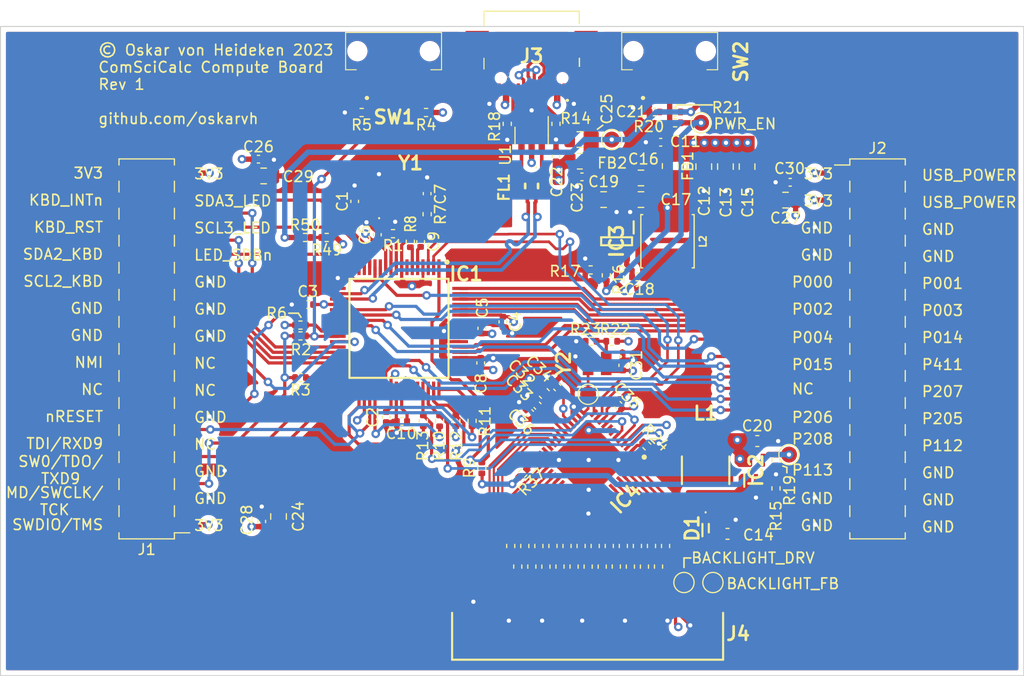
<source format=kicad_pcb>
(kicad_pcb (version 20211014) (generator pcbnew)
  (layers (0 "F.Cu" signal) (1 "In1.Cu" signal) (2 "In2.Cu" signal) (31 "B.Cu" signal) (34 "B.Paste" user) (35 "F.Paste" user) (36 "B.SilkS" user "B.Silkscreen") (37 "F.SilkS" user "F.Silkscreen") (38 "B.Mask" user) (39 "F.Mask" user) (44 "Edge.Cuts" user))
  (net 0 "")
  (net 1 "/MCU/EXTAL")
  (net 2 "GND")
  (net 3 "+3V3")
  (net 4 "Net-(C7-Pad1)")
  (net 5 "/MCU/VCL0")
  (net 6 "/MCU/VCL")
  (net 7 "BACKLIGHT_DRIVE")
  (net 8 "/POWER/3V3_pre_filter")
  (net 9 "/POWER/SW")
  (net 10 "/POWER/BST")
  (net 11 "USB_POWER")
  (net 12 "Net-(C21-Pad1)")
  (net 13 "USB_POWER_IN")
  (net 14 "/LCD/FT_1V2")
  (net 15 "/POWER/24V_SW")
  (net 16 "/POWER/USB_EMI_D_P")
  (net 17 "/POWER/USB_EMI_D_N")
  (net 18 "USB_D_N")
  (net 19 "USB_D_P")
  (net 20 "Net-(IC1-Pad1)")
  (net 21 "FT811_INTN")
  (net 22 "FT811_PDN")
  (net 23 "Net-(IC1-Pad6)")
  (net 25 "/MCU/XTAL")
  (net 26 "P411")
  (net 27 "SCI_SDA3_LED")
  (net 28 "SCI_SCL3_LED")
  (net 29 "LED_SDBn")
  (net 30 "P207")
  (net 31 "P206")
  (net 32 "P205")
  (net 33 "P208")
  (net 34 "/MCU/nRESET")
  (net 35 "/MCU/MD")
  (net 36 "NMI")
  (net 37 "KBD_INTn")
  (net 38 "KBD_RST")
  (net 39 "/MCU/SWCLK{slash}TCK")
  (net 40 "/MCU/SWDIO{slash}TMS")
  (net 41 "/MCU/SWO{slash}TDO{slash}TXD9")
  (net 42 "/MCU/TDI{slash}RXD9")
  (net 43 "Net-(IC1-Pad36)")
  (net 44 "P112")
  (net 45 "P113")
  (net 46 "P105")
  (net 47 "P104")
  (net 48 "SCI_SS_0")
  (net 49 "SCI_SCK_0")
  (net 50 "SCI_MOSI_0")
  (net 51 "SCI_MISO_0")
  (net 53 "P004")
  (net 54 "P003")
  (net 55 "P002")
  (net 56 "P001")
  (net 57 "P000")
  (net 58 "BACKLIGHT_FB")
  (net 59 "BACKLIGHT_PWM")
  (net 60 "/POWER/FB")
  (net 61 "/POWER/PWR_EN")
  (net 62 "Net-(IC4-Pad1)")
  (net 65 "/LCD/FT_XOSC")
  (net 67 "/LCD/X+")
  (net 68 "/LCD/Y+")
  (net 69 "/LCD/X-")
  (net 70 "/LCD/Y-")
  (net 71 "Net-(IC4-Pad24)")
  (net 72 "Net-(IC4-Pad25)")
  (net 73 "Net-(IC4-Pad26)")
  (net 74 "Net-(IC4-Pad27)")
  (net 75 "Net-(IC4-Pad28)")
  (net 76 "Net-(IC4-Pad29)")
  (net 77 "Net-(IC4-Pad30)")
  (net 78 "Net-(IC4-Pad31)")
  (net 79 "Net-(IC4-Pad32)")
  (net 80 "Net-(IC4-Pad33)")
  (net 81 "Net-(IC4-Pad34)")
  (net 82 "Net-(IC4-Pad35)")
  (net 83 "Net-(IC4-Pad37)")
  (net 84 "Net-(IC4-Pad38)")
  (net 85 "Net-(IC4-Pad39)")
  (net 86 "Net-(IC4-Pad40)")
  (net 87 "Net-(IC4-Pad41)")
  (net 88 "Net-(IC4-Pad42)")
  (net 89 "Net-(IC4-Pad43)")
  (net 90 "Net-(IC4-Pad44)")
  (net 91 "Net-(IC4-Pad45)")
  (net 92 "Net-(IC4-Pad46)")
  (net 93 "Net-(IC4-Pad47)")
  (net 94 "Net-(IC4-Pad48)")
  (net 95 "Net-(J1-Pad4)")
  (net 100 "SCI_SCL2_KBD")
  (net 101 "SCI_SDA2_KBD")
  (net 102 "/POWER/CC1")
  (net 103 "USB_CONN_D_P")
  (net 104 "USB_CONN_D_N")
  (net 106 "/POWER/CC2")
  (net 109 "/LCD/DE")
  (net 110 "/LCD/VSYNC")
  (net 111 "/LCD/HSYNC")
  (net 112 "/LCD/DISP")
  (net 113 "/LCD/PCLK")
  (net 114 "/LCD/B7")
  (net 115 "/LCD/B6")
  (net 116 "/LCD/B5")
  (net 117 "/LCD/B4")
  (net 118 "/LCD/B3")
  (net 119 "/LCD/B2")
  (net 120 "/LCD/G7")
  (net 121 "/LCD/G6")
  (net 122 "/LCD/G5")
  (net 123 "/LCD/G4")
  (net 124 "/LCD/G3")
  (net 125 "/LCD/G2")
  (net 126 "/LCD/R7")
  (net 127 "/LCD/R6")
  (net 128 "/LCD/R5")
  (net 129 "/LCD/R4")
  (net 130 "/LCD/R3")
  (net 131 "/LCD/R2")
  (net 132 "Net-(R4-Pad2)")
  (net 133 "Net-(R5-Pad1)")
  (net 134 "Net-(R22-Pad1)")
  (net 138 "P015")
  (net 139 "P014")
  (net 140 "USB_VBUS")
  (footprint "Capacitor_SMD:C_0805_2012Metric" (layer "F.Cu") (at 129.2098 79.0346 90)
    (fp_text reference "C24")
    (fp_text value "22uF")
  )
  (footprint "Capacitor_SMD:C_0402_1005Metric" (layer "F.Cu") (at 138.4808 52.578 90)
    (fp_text reference "C6")
    (fp_text value "100nF")
  )
  (footprint "Resistor_SMD:R_0402_1005Metric" (layer "F.Cu") (at 152.142002 74.974565 -135)
    (fp_text reference "R37")
    (fp_text value "0R")
  )
  (footprint "Resistor_SMD:R_0402_1005Metric" (layer "F.Cu") (at 133.731 52.832 180)
    (fp_text reference "R49")
    (fp_text value "10k")
  )
  (footprint "SamacSys_Parts:SODFL1006X40N" (layer "F.Cu") (at 169.287002 80.130765 90)
    (fp_text reference "D1")
    (fp_text value "NSR0240P2T5G" hide)
  )
  (footprint "Capacitor_SMD:C_0402_1005Metric" (layer "F.Cu") (at 148.2852 61.3664 90)
    (fp_text reference "C5")
    (fp_text value "100nF")
  )
  (footprint "Capacitor_SMD:C_0402_1005Metric" (layer "F.Cu") (at 127.3276 45.4812)
    (fp_text reference "C26")
    (fp_text value "10nF")
  )
  (footprint "TestPoint:TestPoint_Pad_D1.5mm" (layer "F.Cu") (at 168.8592 42.0624)
    (fp_text reference "TP1" hide)
    (fp_text value "TestPoint")
  )
  (footprint "Resistor_SMD:R_0402_1005Metric" (layer "F.Cu") (at 163.546602 83.739565 90)
    (fp_text reference "R28" hide)
    (fp_text value "33R")
  )
  (footprint "Capacitor_SMD:C_0402_1005Metric" (layer "F.Cu") (at 143.1544 48.7172 90)
    (fp_text reference "C7")
    (fp_text value "22pF")
  )
  (footprint "TestPoint:TestPoint_Pad_D1.5mm" (layer "F.Cu") (at 167.255002 85.236165 90)
    (fp_text reference "TP4" hide)
    (fp_text value "TestPoint")
  )
  (footprint "TestPoint:TestPoint_Pad_D1.5mm" (layer "F.Cu") (at 158.263402 67.557765 180)
    (fp_text reference "TP8" hide)
    (fp_text value "TestPoint")
  )
  (footprint "SamacSys_Parts:4-1734839-0" (layer "F.Cu") (at 158.212602 92.484365)
    (fp_text reference "J4")
    (fp_text value "4-1734839-0" hide)
  )
  (footprint "Capacitor_SMD:C_0402_1005Metric" (layer "F.Cu") (at 161.082802 68.573765 135)
    (fp_text reference "C35")
    (fp_text value "100nF")
  )
  (footprint "Resistor_SMD:R_0402_1005Metric" (layer "F.Cu") (at 154.301002 83.743565 90)
    (fp_text reference "R43" hide)
    (fp_text value "33R")
  )
  (footprint "Capacitor_SMD:C_0402_1005Metric" (layer "F.Cu") (at 139.3164 69.6976 -90)
    (fp_text reference "C2")
    (fp_text value "100nF")
  )
  (footprint "Resistor_SMD:R_0402_1005Metric" (layer "F.Cu") (at 150.6728 42.164 -90)
    (fp_text reference "R18")
    (fp_text value "5.1k")
  )
  (footprint "Capacitor_SMD:C_0402_1005Metric" (layer "F.Cu") (at 152.802402 69.335765 135)
    (fp_text reference "C36")
    (fp_text value "100nF")
  )
  (footprint "Capacitor_SMD:C_0603_1608Metric" (layer "F.Cu") (at 154.148602 67.481565 135)
    (fp_text reference "C32")
    (fp_text value "4.7uF")
  )
  (footprint "Resistor_SMD:R_0402_1005Metric" (layer "F.Cu") (at 150.999002 81.805165 90)
    (fp_text reference "R48" hide)
    (fp_text value "33R")
  )
  (footprint "Package_TO_SOT_SMD:SOT-23-6" (layer "F.Cu") (at 152.9588 43.2816 -90)
    (fp_text reference "U1")
    (fp_text value "USBLC6-2SC6")
  )
  (footprint "Resistor_SMD:R_0402_1005Metric" (layer "F.Cu") (at 147.3708 70.0532 90)
    (fp_text reference "R11")
    (fp_text value "DNM")
  )
  (footprint "Resistor_SMD:R_0402_1005Metric" (layer "F.Cu") (at 158.496 55.88)
    (fp_text reference "R17")
    (fp_text value "10k")
  )
  (footprint "Resistor_SMD:R_0402_1005Metric" (layer "F.Cu") (at 148.2852 74.4728 90)
    (fp_text reference "R9")
    (fp_text value "DNM")
  )
  (footprint "Capacitor_SMD:C_0402_1005Metric" (layer "F.Cu") (at 155.367802 66.897365 135)
    (fp_text reference "C34")
    (fp_text value "100nF")
  )
  (footprint "Resistor_SMD:R_0402_1005Metric" (layer "F.Cu") (at 163.775202 72.409165 135)
    (fp_text reference "R24")
    (fp_text value "10k")
  )
  (footprint "Resistor_SMD:R_0402_1005Metric" (layer "F.Cu") (at 175.891002 73.727965 -90)
    (fp_text reference "R19")
    (fp_text value "1k")
  )
  (footprint "SamacSys_Parts:SOT65P210X110-5N" (layer "F.Cu") (at 174.011402 74.695165 90)
    (fp_text reference "IC2")
    (fp_text value "TPS92360DCKR" hide)
  )
  (footprint "Resistor_SMD:R_0402_1005Metric" (layer "F.Cu") (at 158.542802 62.579365)
    (fp_text reference "R23")
    (fp_text value "DNM")
  )
  (footprint "SamacSys_Parts:QFP50P1200X1200X170-64N" (layer "F.Cu") (at 140.5128 61.3664 -90)
    (fp_text reference "IC1")
    (fp_text value "R7FA4M3AF3CFM#AA0" hide)
  )
  (footprint "SamacSys_Parts:QFN50P700X700X90-49N-D" (layer "F.Cu") (at 158.30944 73.724485 -135)
    (fp_text reference "IC4")
    (fp_text value "FT811Q-T" hide)
  )
  (footprint "Capacitor_SMD:C_0402_1005Metric" (layer "F.Cu") (at 140.7896 70.104 180)
    (fp_text reference "C10")
    (fp_text value "100nF")
  )
  (footprint "Resistor_SMD:R_0402_1005Metric" (layer "F.Cu") (at 131.2672 65.9892 180)
    (fp_text reference "R3")
    (fp_text value "0R")
  )
  (footprint "SamacSys_Parts:ACM20121022PT001" (layer "F.Cu") (at 152.9588 48 -90)
    (fp_text reference "FL1")
    (fp_text value "ACM2012-361-2P-T002" hide)
  )
  (footprint "Capacitor_SMD:C_0402_1005Metric" (layer "F.Cu") (at 164.4924 41.0464 180)
    (fp_text reference "C21")
    (fp_text value "100nF")
  )
  (footprint "Capacitor_SMD:C_0805_2012Metric" (layer "F.Cu") (at 127.8128 47.056)
    (fp_text reference "C29")
    (fp_text value "22uF")
  )
  (footprint "SamacSys_Parts:SOT95P280X100-6N" (layer "F.Cu") (at 160.9344 53.1876 -90)
    (fp_text reference "IC3")
    (fp_text value "AP62300TWU-7" hide)
  )
  (footprint "Capacitor_SMD:C_0402_1005Metric" (layer "F.Cu") (at 165.072 43.8912 180)
    (fp_text reference "C11")
    (fp_text value "100nF")
  )
  (footprint "Capacitor_SMD:C_0805_2012Metric" (layer "F.Cu") (at 163.2204 49.276 180)
    (fp_text reference "C17")
    (fp_text value "22uF")
  )
  (footprint "Resistor_SMD:R_0402_1005Metric" (layer "F.Cu") (at 151.659402 83.739565 90)
    (fp_text reference "R47" hide)
    (fp_text value "33R")
  )
  (footprint "Capacitor_SMD:C_0603_1608Metric" (layer "F.Cu") (at 171.344402 80.664165)
    (fp_text reference "C14")
    (fp_text value "1uF")
  )
  (footprint "Resistor_SMD:R_0402_1005Metric" (layer "F.Cu") (at 175.891002 76.396965 90)
    (fp_text reference "R15")
    (fp_text value "22R")
  )
  (footprint "TestPoint:TestPoint_Pad_D1.5mm" (layer "F.Cu") (at 177.110202 73.221965)
    (fp_text reference "TP7" hide)
    (fp_text value "TestPoint")
  )
  (footprint "Connector_PinHeader_2.54mm:PinHeader_2x14_P2.54mm_Vertical_SMD" (layer "F.Cu") (at 116.84 63.2968 180)
    (fp_text reference "J1")
    (fp_text value "Conn_02x14_Odd_Even")
  )
  (footprint "Capacitor_SMD:C_0402_1005Metric" (layer "F.Cu") (at 136.3578 49.4438 90)
    (fp_text reference "C1")
    (fp_text value "22pF")
  )
  (footprint "Resistor_SMD:R_0402_1005Metric" (layer "F.Cu") (at 131.699 52.832)
    (fp_text reference "R50")
    (fp_text value "DNM")
  )
  (footprint "Resistor_SMD:R_0402_1005Metric" (layer "F.Cu") (at 137.0096 41.0972 180)
    (fp_text reference "R5")
    (fp_text value "1k")
  )
  (footprint "Resistor_SMD:R_0402_1005Metric" (layer "F.Cu") (at 161.565402 81.803165 90)
    (fp_text reference "R31" hide)
    (fp_text value "33R")
  )
  (footprint "Capacitor_SMD:C_0402_1005Metric" (layer "F.Cu") (at 157.6832 47.1424 180)
    (fp_text reference "C23")
    (fp_text value "100nF")
  )
  (footprint "Resistor_SMD:R_0402_1005Metric" (layer "F.Cu") (at 160.244602 81.803165 90)
    (fp_text reference "R33" hide)
    (fp_text value "33R")
  )
  (footprint "Capacitor_SMD:C_0805_2012Metric" (layer "F.Cu") (at 173.1772 46.1772 -90)
    (fp_text reference "C15")
    (fp_text value "22uF")
  )
  (footprint "Capacitor_SMD:C_0603_1608Metric" (layer "F.Cu") (at 174.138402 71.951965)
    (fp_text reference "C20")
    (fp_text value "4.7uF")
  )
  (footprint "Resistor_SMD:R_0402_1005Metric" (layer "F.Cu") (at 159.584202 83.741565 90)
    (fp_text reference "R34" hide)
    (fp_text value "33R")
  )
  (footprint "Capacitor_SMD:C_0402_1005Metric" (layer "F.Cu") (at 127.635 79.5046 90)
    (fp_text reference "C28")
    (fp_text value "10nF")
  )
  (footprint "Resistor_SMD:R_0402_1005Metric" (layer "F.Cu") (at 164.207002 81.805165 90)
    (fp_text reference "R27" hide)
    (fp_text value "33R")
  )
  (footprint "Resistor_SMD:R_0402_1005Metric" (layer "F.Cu") (at 144.3228 70.0552 90)
    (fp_text reference "R10")
    (fp_text value "DNM")
  )
  (footprint "Resistor_SMD:R_0402_1005Metric" (layer "F.Cu") (at 143.1544 50.6476 90)
    (fp_text reference "R7")
    (fp_text value "0R")
  )
  (footprint "Resistor_SMD:R_0402_1005Metric" (layer "F.Cu") (at 141.5796 53.2384 -90)
    (fp_text reference "R8")
    (fp_text value "10k")
  )
  (footprint "Capacitor_SMD:C_0805_2012Metric" (layer "F.Cu") (at 163.2204 47.244 180)
    (fp_text reference "C16")
    (fp_text value "22uF")
  )
  (footprint "SamacSys_Parts:SSSS211603" (layer "F.Cu") (at 165.3128 39.1334)
    (fp_text reference "SW2")
    (fp_text value "SSSS211603" hide)
  )
  (footprint "Capacitor_SMD:C_0805_2012Metric" (layer "F.Cu") (at 157.48 43.6372 180)
    (fp_text reference "C25")
    (fp_text value "10uF")
  )
  (footprint "Resistor_SMD:R_0402_1005Metric" (layer "F.Cu") (at 162.225802 83.741565 90)
    (fp_text reference "R30" hide)
    (fp_text value "33R")
  )
  (footprint "Resistor_SMD:R_0402_1005Metric" (layer "F.Cu") (at 143.0528 41.0972 180)
    (fp_text reference "R4")
    (fp_text value "10k")
  )
  (footprint "Capacitor_SMD:C_0805_2012Metric" (layer "F.Cu") (at 176.784 49.3268 180)
    (fp_text reference "C27")
    (fp_text value "22uF")
  )
  (footprint "Capacitor_SMD:C_0805_2012Metric" (layer "F.Cu") (at 159.7152 49.276)
    (fp_text reference "C19")
    (fp_text value "10uF")
  )
  (footprint "SamacSys_Parts:X1G004171001800" (layer "F.Cu") (at 159.108802 64.662165 180)
    (fp_text reference "Y2")
    (fp_text value "X1G004171001800" hide)
  )
  (footprint "Resistor_SMD:R_0402_1005Metric" (layer "F.Cu") (at 155.621802 83.739565 90)
    (fp_text reference "R41" hide)
    (fp_text value "33R")
  )
  (footprint "Resistor_SMD:R_0402_1005Metric" (layer "F.Cu") (at 158.263402 83.741565 90)
    (fp_text reference "R36" hide)
    (fp_text value "33R")
  )
  (footprint "Resistor_SMD:R_0402_1005Metric" (layer "F.Cu") (at 162.886202 81.805165 90)
    (fp_text reference "R29" hide)
    (fp_text value "33R")
  )
  (footprint "Resistor_SMD:R_0402_1005Metric" (layer "F.Cu") (at 156.282202 81.805165 90)
    (fp_text reference "R40" hide)
    (fp_text value "33R")
  )
  (footprint "Resistor_SMD:R_0402_1005Metric" (layer "F.Cu") (at 158.923802 81.805165 90)
    (fp_text reference "R35" hide)
    (fp_text value "33R")
  )
  (footprint "Resistor_SMD:R_0402_1005Metric" (layer "F.Cu") (at 139.954 52.4764)
    (fp_text reference "R1")
    (fp_text value "DNM")
  )
  (footprint "Resistor_SMD:R_0402_1005Metric" (layer "F.Cu") (at 155.2448 42.164 -90)
    (fp_text reference "R14")
    (fp_text value "5.1k")
  )
  (footprint "Resistor_SMD:R_0805_2012Metric" (layer "F.Cu") (at 157.48 45.6692)
    (fp_text reference "FB2")
    (fp_text value "BLM21PG300SN1D")
  )
  (footprint "TestPoint:TestPoint_Pad_D1.5mm" (layer "F.Cu") (at 160.4772 43.6372)
    (fp_text reference "TP3" hide)
    (fp_text value "TestPoint")
  )
  (footprint "Resistor_SMD:R_0402_1005Metric" (layer "F.Cu") (at 156.942602 83.737565 90)
    (fp_text reference "R39" hide)
    (fp_text value "33R")
  )
  (footprint "Resistor_SMD:R_0402_1005Metric" (layer "F.Cu") (at 131.2672 62.0776)
    (fp_text reference "R2")
    (fp_text value "DNM")
  )
  (footprint "Resistor_SMD:R_0402_1005Metric" (layer "F.Cu") (at 166.4208 42.0624)
    (fp_text reference "R20")
    (fp_text value "1k")
  )
  (footprint "SamacSys_Parts:FL2400022" (layer "F.Cu") (at 139.7 49.1744)
    (fp_text reference "Y1")
    (fp_text value "FL2400022" hide)
  )
  (footprint "Connector_PinHeader_2.54mm:PinHeader_2x14_P2.54mm_Vertical_SMD" (layer "F.Cu") (at 185.42 63.2968)
    (fp_text reference "J2")
    (fp_text value "Conn_02x14_Odd_Even")
  )
  (footprint "Resistor_SMD:R_0402_1005Metric" (layer "F.Cu") (at 131.2672 61.0616)
    (fp_text reference "R6")
    (fp_text value "10k")
  )
  (footprint "Resistor_SMD:R_0402_1005Metric" (layer "F.Cu") (at 160.473202 62.579365)
    (fp_text reference "R22")
    (fp_text value "0R")
  )
  (footprint "Capacitor_SMD:C_0402_1005Metric" (layer "F.Cu") (at 162.8648 56.5404 180)
    (fp_text reference "C18")
    (fp_text value "100nF")
  )
  (footprint "Capacitor_SMD:C_0402_1005Metric" (layer "F.Cu") (at 142.5448 53.2384 90)
    (fp_text reference "C9")
    (fp_text value "100nF")
  )
  (footprint "Resistor_SMD:R_0402_1005Metric" (layer "F.Cu") (at 154.961402 81.803165 90)
    (fp_text reference "R42" hide)
    (fp_text value "33R")
  )
  (footprint "Capacitor_SMD:C_0402_1005Metric" (layer "F.Cu") (at 131.9784 59.1312 180)
    (fp_text reference "C3")
    (fp_text value "100nF")
  )
  (footprint "Resistor_SMD:R_0402_1005Metric" (layer "F.Cu") (at 142.7988 70.0552 90)
    (fp_text reference "R13")
    (fp_text value "DNM")
  )
  (footprint "TestPoint:TestPoint_Pad_D1.5mm" (layer "F.Cu") (at 169.972802 85.236165)
    (fp_text reference "TP5" hide)
    (fp_text value "TestPoint")
  )
  (footprint "Resistor_SMD:R_0402_1005Metric" (layer "F.Cu") (at 153.640602 81.805165 90)
    (fp_text reference "R44" hide)
    (fp_text value "33R")
  )
  (footprint "Resistor_SMD:R_0402_1005Metric" (layer "F.Cu") (at 145.8468 70.0532 90)
    (fp_text reference "R12")
    (fp_text value "DNM")
  )
  (footprint "Capacitor_SMD:C_0402_1005Metric" (layer "F.Cu") (at 148.1836 64.6176 90)
    (fp_text reference "C8")
    (fp_text value "100nF")
  )
  (footprint "Capacitor_SMD:C_0805_2012Metric" (layer "F.Cu") (at 171.1452 46.1772 -90)
    (fp_text reference "C13")
    (fp_text value "22uF")
  )
  (footprint "Capacitor_SMD:C_0805_2012Metric" (layer "F.Cu") (at 169.1132 46.1772 -90)
    (fp_text reference "C12")
    (fp_text value "10uF")
  )
  (footprint "Resistor_SMD:R_0402_1005Metric" (layer "F.Cu") (at 160.905002 83.735565 90)
    (fp_text reference "R32" hide)
    (fp_text value "33R")
  )
  (footprint "Resistor_SMD:R_0402_1005Metric" (layer "F.Cu") (at 166.4228 41.0464 180)
    (fp_text reference "R21")
    (fp_text value "10k")
  )
  (footprint "Resistor_SMD:R_0402_1005Metric" (layer "F.Cu") (at 159.9692 56.388 -90)
    (fp_text reference "R16")
    (fp_text value "33.2k")
  )
  (footprint "Capacitor_SMD:C_0402_1005Metric" (layer "F.Cu") (at 177.226 47.6504 180)
    (fp_text reference "C30")
    (fp_text value "10nF")
  )
  (footprint "Resistor_SMD:R_0402_1005Metric" (layer "F.Cu") (at 165.527802 81.805165 90)
    (fp_text reference "R25" hide)
    (fp_text value "33R")
  )
  (footprint "Resistor_SMD:R_0402_1005Metric" (layer "F.Cu") (at 152.319802 81.805165 90)
    (fp_text reference "R46" hide)
    (fp_text value "33R")
  )
  (footprint "SamacSys_Parts:USB4110GFA" (layer "F.Cu") (at 152.9588 35.2604 180)
    (fp_text reference "J3")
    (fp_text value "USB4110-GF-A" hide)
  )
  (footprint "Capacitor_SMD:C_0402_1005Metric" (layer "F.Cu") (at 155.2448 45.212 90)
    (fp_text reference "C22")
    (fp_text value "10nF")
  )
  (footprint "Resistor_SMD:R_0402_1005Metric" (layer "F.Cu") (at 152.980202 83.739565 90)
    (fp_text reference "R45" hide)
    (fp_text value "33R")
  )
  (footprint "Resistor_SMD:R_0805_2012Metric" (layer "F.Cu") (at 165.9636 46.1264 -90)
    (fp_text reference "FB1")
    (fp_text value "BLM21PG300SN1D")
  )
  (footprint "SamacSys_Parts:SSSS211603" (layer "F.Cu") (at 139.4048 39.1334)
    (fp_text reference "SW1")
    (fp_text value "SSSS211603" hide)
  )
  (footprint "VLS5045EX-3R3N:IND_VLS5045EX-3R3N" (layer "F.Cu") (at 165.7096 53.1876 -90)
    (fp_text reference "L2")
    (fp_text value "3.3uH")
  )
  (footprint "SamacSys_Parts:ASPI0403S332MT" (layer "F.Cu") (at 169.287002 74.695165 90)
    (fp_text reference "L1")
    (fp_text value "ASPI-0403S-1R5M-T" hide)
  )
  (footprint "Resistor_SMD:R_0402_1005Metric" (layer "F.Cu") (at 157.603002 81.805165 90)
    (fp_text reference "R38" hide)
    (fp_text value "33R")
  )
  (footprint "Resistor_SMD:R_0402_1005Metric" (layer "F.Cu") (at 164.867402 83.739565 90)
    (fp_text reference "R26" hide)
    (fp_text value "33R")
  )
  (footprint "Capacitor_SMD:C_0402_1005Metric" (layer "F.Cu") (at 150.2664 60.7568 -90)
    (fp_text reference "C4")
    (fp_text value "100nF")
  )
  (footprint "Capacitor_SMD:C_0402_1005Metric" (layer "F.Cu") (at 161.514602 64.839965 90)
    (fp_text reference "C31")
    (fp_text value "100nF")
  )
  (footprint "Capacitor_SMD:C_0402_1005Metric" (layer "F.Cu") (at 153.513602 68.624565 135)
    (fp_text reference "C33")
    (fp_text value "100nF")
  )
  (gr_line (start 131.064 59.944) (end 131.318 60.325) (layer "F.SilkS") (width 0.15))
  (gr_line (start 166.576441 40.386) (end 166.4228 40.6664) (layer "F.SilkS") (width 0.15))
  (gr_line (start 166.878 40.386) (end 166.576441 40.386) (layer "F.SilkS") (width 0.15))
  (gr_line (start 130.175 59.944) (end 131.064 59.944) (layer "F.SilkS") (width 0.15))
  (gr_line (start 176.911 74.422) (end 176.53 74.295) (layer "F.SilkS") (width 0.15))
  (gr_line (start 167.386 40.386) (end 166.878 40.386) (layer "F.SilkS") (width 0.15))
  (gr_line (start 167.259 82.931) (end 167.894 82.931) (layer "F.SilkS") (width 0.15))
  (gr_line (start 159.639 42.291) (end 159.131 42.672) (layer "F.SilkS") (width 0.15))
  (gr_line (start 176.911 74.93) (end 176.911 74.422) (layer "F.SilkS") (width 0.15))
  (gr_line (start 167.259 83.82) (end 167.259 82.931) (layer "F.SilkS") (width 0.15))
  (gr_line (start 169.926 40.386) (end 167.894 40.386) (layer "F.SilkS") (width 0.15))
  (gr_line (start 167.894 40.386) (end 167.386 40.386) (layer "F.SilkS") (width 0.15))
  (gr_line (start 103.124 33.02) (end 147.066 33.02) (layer "Edge.Cuts") (width 0.1))
  (gr_line (start 103.124 93.98) (end 103.124 33.02) (layer "Edge.Cuts") (width 0.1))
  (gr_line (start 199.136 33.02) (end 199.136 93.98) (layer "Edge.Cuts") (width 0.1))
  (gr_line (start 177.546 33.02) (end 199.136 33.02) (layer "Edge.Cuts") (width 0.1))
  (gr_line (start 186.182 93.98) (end 103.124 93.98) (layer "Edge.Cuts") (width 0.1))
  (gr_line (start 147.066 33.02) (end 160.274 33.02) (layer "Edge.Cuts") (width 0.1))
  (gr_line (start 199.136 93.98) (end 186.182 93.98) (layer "Edge.Cuts") (width 0.1))
  (gr_line (start 160.274 33.02) (end 177.546 33.02) (layer "Edge.Cuts") (width 0.1))
  (gr_text "USB_POWER" (at 194.016 46.99) (layer "F.SilkS") (effects (font (size 1 1))))
  (gr_text "GND" (at 179.728762 51.943) (layer "F.SilkS") (effects (font (size 1 1))))
  (gr_text "GND" (at 122.824857 77.343) (layer "F.SilkS") (effects (font (size 1 1))))
  (gr_text "TDI/RXD9" (at 109.150067 72.1868) (layer "F.SilkS") (effects (font (size 1 1))))
  (gr_text "P206" (at 179.324 69.723) (layer "F.SilkS") (effects (font (size 1 1))))
  (gr_text "KBD_RST" (at 109.50721 51.8668) (layer "F.SilkS") (effects (font (size 1 1))))
  (gr_text "NC" (at 111.721496 67.1068) (layer "F.SilkS") (effects (font (size 1 1))))
  (gr_text "SW0/TDO/\nTXD9" (at 108.769114 74.676) (layer "F.SilkS") (effects (font (size 1 1))))
  (gr_text "GND" (at 111.221496 62.0268) (layer "F.SilkS") (effects (font (size 1 1))))
  (gr_text "GND" (at 122.824857 57.023) (layer "F.SilkS") (effects (font (size 1 1))))
  (gr_text "NC" (at 178.419238 67.056) (layer "F.SilkS") (effects (font (size 1 1))))
  (gr_text "PWR_EN" (at 172.974 42.164) (layer "F.SilkS") (effects (font (size 1 1))))
  (gr_text "GND" (at 122.824857 59.563) (layer "F.SilkS") (effects (font (size 1 1))))
  (gr_text "© Oskar von Heideken 2023\nComSciCalc Compute Board\nRev 1\n\ngithub.com/oskarvh" (at 112.2172 38.4556) (layer "F.SilkS") (effects (font (size 1 1)) (justify left)))
  (gr_text "NMI" (at 111.411972 64.5668) (layer "F.SilkS") (effects (font (size 1 1))))
  (gr_text "P205" (at 191.516 69.85) (layer "F.SilkS") (effects (font (size 1 1))))
  (gr_text "GND" (at 191.111238 80.01) (layer "F.SilkS") (effects (font (size 1 1))))
  (gr_text "3V3" (at 179.871619 46.863) (layer "F.SilkS") (effects (font (size 1 1))))
  (gr_text "GND" (at 191.111238 77.47) (layer "F.SilkS") (effects (font (size 1 1))))
  (gr_text "SCL3_LED" (at 124.896286 51.943) (layer "F.SilkS") (effects (font (size 1 1))))
  (gr_text "3V3" (at 111.364353 46.7868) (layer "F.SilkS") (effects (font (size 1 1))))
  (gr_text "3V3" (at 122.682 46.863) (layer "F.SilkS") (effects (font (size 1 1))))
  (gr_text "3V3" (at 122.682 79.883) (layer "F.SilkS") (effects (font (size 1 1))))
  (gr_text "nRESET" (at 110.03102 69.6468) (layer "F.SilkS") (effects (font (size 1 1))))
  (gr_text "GND" (at 122.824857 69.723) (layer "F.SilkS") (effects (font (size 1 1))))
  (gr_text "P113" (at 179.324 74.676) (layer "F.SilkS") (effects (font (size 1 1))))
  (gr_text "GND" (at 111.221496 59.4868) (layer "F.SilkS") (effects (font (size 1 1))))
  (gr_text "SDA3_LED" (at 124.920095 49.403) (layer "F.SilkS") (effects (font (size 1 1))))
  (gr_text "SDA2_KBD" (at 108.9834 54.4068) (layer "F.SilkS") (effects (font (size 1 1))))
  (gr_text "MD/SWCLK/\nTCK" (at 108.204 77.597) (layer "F.SilkS") (effects (font (size 1 1))))
  (gr_text "P000" (at 179.324 57.023) (layer "F.SilkS") (effects (font (size 1 1))))
  (gr_text "P001" (at 191.516 57.15) (layer "F.SilkS") (effects (font (size 1 1))))
  (gr_text "GND" (at 191.111238 52.07) (layer "F.SilkS") (effects (font (size 1 1))))
  (gr_text "GND" (at 122.824857 74.803) (layer "F.SilkS") (effects (font (size 1 1))))
  (gr_text "P207" (at 191.516 67.31) (layer "F.SilkS") (effects (font (size 1 1))))
  (gr_text "KBD_INTn" (at 109.269115 49.3268) (layer "F.SilkS") (effects (font (size 1 1))))
  (gr_text "P112" (at 191.516 72.39) (layer "F.SilkS") (effects (font (size 1 1))))
  (gr_text "P003" (at 191.516 59.69) (layer "F.SilkS") (effects (font (size 1 1))))
  (gr_text "BACKLIGHT_DRV" (at 173.736 82.931) (layer "F.SilkS") (effects (font (size 1 1))))
  (gr_text "GND" (at 179.728762 79.883) (layer "F.SilkS") (effects (font (size 1 1))))
  (gr_text "USB_POWER\n" (at 194.016 49.53) (layer "F.SilkS") (effects (font (size 1 1))))
  (gr_text "NC" (at 122.324857 72.263) (layer "F.SilkS") (effects (font (size 1 1))))
  (gr_text "GND" (at 179.728762 77.343) (layer "F.SilkS") (effects (font (size 1 1))))
  (gr_text "3V3" (at 179.871619 49.403) (layer "F.SilkS") (effects (font (size 1 1))))
  (gr_text "GND" (at 191.111238 74.93) (layer "F.SilkS") (effects (font (size 1 1))))
  (gr_text "NC" (at 122.324857 64.643) (layer "F.SilkS") (effects (font (size 1 1))))
  (gr_text "P015" (at 179.324 64.77) (layer "F.SilkS") (effects (font (size 1 1))))
  (gr_text "P004" (at 179.324 62.23) (layer "F.SilkS") (effects (font (size 1 1))))
  (gr_text "P002" (at 179.324 59.563) (layer "F.SilkS") (effects (font (size 1 1))))
  (gr_text "SWDIO/TMS" (at 108.4834 79.8068) (layer "F.SilkS") (effects (font (size 1 1))))
  (gr_text "LED_SDBn" (at 124.967714 54.483) (layer "F.SilkS") (effects (font (size 1 1))))
  (gr_text "P411" (at 191.516 64.77) (layer "F.SilkS") (effects (font (size 1 1))))
  (gr_text "GND" (at 179.728762 54.483) (layer "F.SilkS") (effects (font (size 1 1))))
  (gr_text "NC" (at 122.324857 67.183) (layer "F.SilkS") (effects (font (size 1 1))))
  (gr_text "GND" (at 191.111238 54.61) (layer "F.SilkS") (effects (font (size 1 1))))
  (gr_text "SCL2_KBD" (at 109.00721 56.9468) (layer "F.SilkS") (effects (font (size 1 1))))
  (gr_text "P208" (at 179.324 71.755) (layer "F.SilkS") (effects (font (size 1 1))))
  (gr_text "P014" (at 191.516 62.23) (layer "F.SilkS") (effects (font (size 1 1))))
  (gr_text "GND" (at 122.824857 62.103) (layer "F.SilkS") (effects (font (size 1 1))))
  (gr_text "BACKLIGHT_FB" (at 176.53 85.344) (layer "F.SilkS") (effects (font (size 1 1))))
  (segment (start 139.444 53.338) (end 139.444 52.4764) (width 0.3) (layer "F.Cu") (net 1))
  (segment (start 139.444 52.4764) (end 139.444 51.814) (width 0.3) (layer "F.Cu") (net 1))
  (segment (start 139.7628 55.6284) (end 139.7628 53.6568) (width 0.3) (layer "F.Cu") (net 1))
  (segment (start 139.444 51.814) (end 138.65 51.02) (width 0.3) (layer "F.Cu") (net 1))
  (segment (start 139.7628 53.6568) (end 139.444 53.338) (width 0.3) (layer "F.Cu") (net 1))
  (segment (start 138.5994 49.9238) (end 138.65 49.9744) (width 0.3) (layer "F.Cu") (net 1))
  (segment (start 136.3578 49.9238) (end 138.5994 49.9238) (width 0.3) (layer "F.Cu") (net 1))
  (segment (start 138.65 51.02) (end 138.65 49.9744) (width 0.3) (layer "F.Cu") (net 1))
  (segment (start 159.516284 70.05301) (end 160.021381 69.547913) (width 0.25) (layer "F.Cu") (net 2))
  (segment (start 136.3578 48.9638) (end 136.3578 47.9658) (width 0.3) (layer "F.Cu") (net 2))
  (segment (start 149.2224 60.8864) (end 149.34232 61.00632) (width 0.5) (layer "F.Cu") (net 2))
  (segment (start 114.315 59.4868) (end 119.365 59.4868) (width 0.5) (layer "F.Cu") (net 2))
  (segment (start 160.021381 69.547913) (end 160.021381 68.956364) (width 0.25) (layer "F.Cu") (net 2))
  (segment (start 153.600594 66.933557) (end 152.751602 66.084565) (width 0.3) (layer "F.Cu") (net 2))
  (segment (start 127.635 79.0246) (end 127.635 78.105) (width 0.5) (layer "F.Cu") (net 2))
  (segment (start 146.2508 60.6164) (end 147.078 60.6164) (width 0.3) (layer "F.Cu") (net 2))
  (segment (start 187.945 79.8068) (end 179.578 79.8068) (width 0.5) (layer "F.Cu") (net 2))
  (segment (start 138.1532 52.098) (end 137.4648 51.4096) (width 0.3) (layer "F.Cu") (net 2))
  (segment (start 163.4128 38.0834) (end 163.4128 39.6856) (width 0.5) (layer "F.Cu") (net 2))
  (segment (start 187.945 74.7268) (end 187.945 79.8068) (width 0.5) (layer "F.Cu") (net 2))
  (segment (start 156.3088 38.9384) (end 156.3088 39.672) (width 0.5) (layer "F.Cu") (net 2))
  (segment (start 147.062 61.1164) (end 146.2508 61.1164) (width 0.3) (layer "F.Cu") (net 2))
  (segment (start 150.5432 61.2368) (end 151.13 61.8236) (width 0.5) (layer "F.Cu") (net 2))
  (segment (start 114.315 62.0268) (end 119.365 62.0268) (width 0.5) (layer "F.Cu") (net 2))
  (segment (start 164.592 43.8912) (end 163.6776 43.8912) (width 0.5) (layer "F.Cu") (net 2))
  (segment (start 158.032802 62.579365) (end 157.145802 62.579365) (width 0.3) (layer "F.Cu") (net 2))
  (segment (start 152.9588 42.1441) (end 152.9588 40.894) (width 0.3343) (layer "F.Cu") (net 2))
  (segment (start 140.2628 67.1044) (end 140.2628 70.0572) (width 0.3) (layer "F.Cu") (net 2))
  (segment (start 147.078 60.6164) (end 147.32 60.8584) (width 0.3) (layer "F.Cu") (net 2))
  (segment (start 138.4808 52.098) (end 138.1532 52.098) (width 0.3) (layer "F.Cu") (net 2))
  (segment (start 187.945 54.4068) (end 182.895 54.4068) (width 0.5) (layer "F.Cu") (net 2))
  (segment (start 163.4128 39.6856) (end 162.4584 40.64) (width 0.5) (layer "F.Cu") (net 2))
  (segment (start 148.2852 60.8864) (end 147.348 60.8864) (width 0.5) (layer "F.Cu") (net 2))
  (segment (start 158.314202 76.523965) (end 158.314202 73.729965) (width 0.3) (layer "F.Cu") (net 2))
  (segment (start 147.32 60.8584) (end 147.062 61.1164) (width 0.3) (layer "F.Cu") (net 2))
  (segment (start 164.0124 41.0464) (end 162.8648 41.0464) (width 0.5) (layer "F.Cu") (net 2))
  (segment (start 182.895 51.8668) (end 179.5272 51.8668) (width 0.5) (layer "F.Cu") (net 2))
  (segment (start 162.8648 41.0464) (end 162.4584 40.64) (width 0.5) (layer "F.Cu") (net 2))
  (segment (start 161.123174 67.854571) (end 161.9504 67.854571) (width 0.25) (layer "F.Cu") (net 2))
  (segment (start 175.891002 75.886965) (end 175.891002 75.025365) (width 0.5) (layer "F.Cu") (net 2))
  (segment (start 153.962602 89.075365) (end 153.945402 89.092565) (width 0.25) (layer "F.Cu") (net 2))
  (segment (start 129.1894 78.105) (end 129.2098 78.0846) (width 0.5) (layer "F.Cu") (net 2))
  (segment (start 162.845353 72.370553) (end 162.339949 72.875957) (width 0.3) (layer "F.Cu") (net 2))
  (segment (start 158.314202 73.729965) (end 155.520202 73.729965) (width 0.3) (layer "F.Cu") (net 2))
  (segment (start 140.75 50.766) (end 140.1572 51.3588) (width 0.3) (layer "F.Cu") (net 2))
  (segment (start 140.7628 55.6284) (end 140.7628 53.5452) (width 0.3) (layer "F.Cu") (net 2))
  (segment (start 160.021381 68.956364) (end 160.743391 68.234354) (width 0.25) (layer "F.Cu") (net 2))
  (segment (start 153.962602 88.800365) (end 153.945402 88.817565) (width 0.25) (layer "F.Cu") (net 2))
  (segment (start 148.1624 64.1164) (end 148.1836 64.1376) (width 0.3) (layer "F.Cu") (net 2))
  (segment (start 146.2508 64.1164) (end 148.1624 64.1164) (width 0.3) (layer "F.Cu") (net 2))
  (segment (start 157.2032 47.1424) (end 157.2032 48.034) (width 0.5) (layer "F.Cu") (net 2))
  (segment (start 140.75 49.9744) (end 140.75 50.766) (width 0.3) (layer "F.Cu") (net 2))
  (segment (start 166.962602 88.375002) (end 167.8432 89.2556) (width 0.3) (layer "F.Cu") (net 2))
  (segment (start 182.895 77.2668) (end 179.5272 77.2668) (width 0.5) (layer "F.Cu") (net 2))
  (segment (start 134.7748 56.6444) (end 134.7724 56.642) (width 0.3) (layer "F.Cu") (net 2))
  (segment (start 138.65 46.9052) (end 138.6332 46.8884) (width 0.3) (layer "F.Cu") (net 2))
  (segment (start 145.164278 62.6164) (end 144.7292 62.181322) (width 0.3) (layer "F.Cu") (net 2))
  (segment (start 187.945 77.2668) (end 182.895 77.2668) (width 0.5) (layer "F.Cu") (net 2))
  (segment (start 155.132939 73.729965) (end 154.278931 72.875957) (width 0.3) (layer "F.Cu") (net 2))
  (segment (start 146.2508 62.6164) (end 145.164278 62.6164) (width 0.3) (layer "F.Cu") (net 2))
  (segment (start 152.462991 68.970954) (end 151.786402 68.294365) (width 0.3) (layer "F.Cu") (net 2))
  (segment (start 150.03592 61.00632) (end 150.2664 61.2368) (width 0.5) (layer "F.Cu") (net 2))
  (segment (start 155.520202 73.729965) (end 155.132939 73.729965) (width 0.3) (layer "F.Cu") (net 2))
  (segment (start 160.743391 68.234354) (end 160.743391 68.227376) (width 0.25) (layer "F.Cu") (net 2))
  (segment (start 158.314202 70.935965) (end 158.314202 73.729965) (width 0.3) (layer "F.Cu") (net 2))
  (segment (start 161.462602 88.562365) (end 161.717802 88.817565) (width 0.25) (layer "F.Cu") (net 2))
  (segment (start 153.174191 68.285154) (end 152.548402 67.659365) (width 0.3) (layer "F.Cu") (net 2))
  (segment (start 149.34232 61.00632) (end 150.03592 61.00632) (width 0.5) (layer "F.Cu") (net 2))
  (segment (start 157.462602 87.584365) (end 157.462602 88.575565) (width 0.25) (layer "F.Cu") (net 2))
  (segment (start 142.7628 56.664922) (end 142.074522 57.3532) (width 0.25) (layer "F.Cu") (net 2))
  (segment (start 138.65 48.3744) (end 138.65 46.9052) (width 0.3) (layer "F.Cu") (net 2))
  (segment (start 164.758541 72.048541) (end 164.8968 72.1868) (width 0.3) (layer "F.Cu") (net 2))
  (segment (start 149.6088 39.672) (end 148.9964 40.2844) (width 0.5) (layer "F.Cu") (net 2))
  (segment (start 161.462602 87.584365) (end 161.462602 88.562365) (width 0.25) (layer "F.Cu") (net 2))
  (segment (start 157.962602 87.584365) (end 157.962602 88.559565) (width 0.25) (layer "F.Cu") (net 2))
  (segment (start 150.6728 42.6984) (end 150.6728 43.6616) (width 0.5) (layer "F.Cu") (net 2))
  (segment (start 119.365 69.6468) (end 122.7328 69.6468) (width 0.5) (layer "F.Cu") (net 2))
  (segment (start 172.119402 79.356365) (end 172.106402 79.343365) (width 0.5) (layer "F.Cu") (net 2))
  (segment (start 139.3164 70.1776) (end 140.236 70.1776) (width 0.3) (layer "F.Cu") (net 2))
  (segment (start 165.962602 88.560565) (end 165.705602 88.817565) (width 0.25) (layer "F.Cu") (net 2))
  (segment (start 157.080002 64.012165) (end 157.069602 64.001765) (width 0.3) (layer "F.Cu") (net 2))
  (segment (start 140.7628 55.6284) (end 140.7628 56.714922) (width 0.3) (layer "F.Cu") (net 2))
  (segment (start 157.962602 88.559565) (end 157.704602 88.817565) (width 0.25) (layer "F.Cu") (net 2))
  (segment (start 175.891002 75.025365) (end 175.891002 74.237965) (width 0.5) (layer "F.Cu") (net 2))
  (segment (start 155.028391 66.557954) (end 154.351802 65.881365) (width 0.3) (layer "F.Cu") (net 2))
  (segment (start 156.734568 68.908799) (end 156.917202 68.726165) (width 0.25) (layer "F.Cu") (net 2))
  (segment (start 142.074522 57.3532) (end 141.8336 57.3532) (width 0.25) (layer "F.Cu") (net 2))
  (segment (start 166.962602 87.584365) (end 166.962602 88.375002) (width 0.3) (layer "F.Cu") (net 2))
  (segment (start 141.401078 57.3532) (end 141.8336 57.3532) (width 0.3) (layer "F.Cu") (net 2))
  (segment (start 161.108202 73.729965) (end 158.314202 73.729965) (width 0.3) (layer "F.Cu") (net 2))
  (segment (start 161.962602 88.572765) (end 161.717802 88.817565) (width 0.25) (layer "F.Cu") (net 2))
  (segment (start 140.7628 53.5452) (end 141.5796 52.7284) (width 0.3) (layer "F.Cu") (net 2))
  (segment (start 157.2032 48.034) (end 157.226 48.0568) (width 0.5) (layer "F.Cu") (net 2))
  (segment (start 157.986 55.88) (end 157.986 54.8152) (width 0.5) (layer "F.Cu") (net 2))
  (segment (start 153.962602 87.584365) (end 153.962602 88.800365) (width 0.25) (layer "F.Cu") (net 2))
  (segment (start 143.1544 48.2372) (end 143.1544 47.1932) (width 0.3) (layer "F.Cu") (net 2))
  (segment (start 149.3292 64.1376) (end 149.352 64.1604) (width 0.3) (layer "F.Cu") (net 2))
  (segment (start 165.962602 87.584365) (end 165.962602 88.560565) (width 0.25) (layer "F.Cu") (net 2))
  (segment (start 142.7628 55.6284) (end 142.7628 56.664922) (width 0.25) (layer "F.Cu") (net 2))
  (segment (start 148.2852 60.8864) (end 149.2224 60.8864) (width 0.5) (layer "F.Cu") (net 2))
  (segment (start 163.414578 72.048541) (end 164.758541 72.048541) (width 0.3) (layer "F.Cu") (net 2))
  (segment (start 128.778 47.0408) (end 128.7628 47.056) (width 0.5) (layer "F.Cu") (net 2))
  (segment (start 150.462602 88.458965) (end 150.821202 88.817565) (width 0.25) (layer "F.Cu") (net 2))
  (segment (start 157.986 54.8152) (end 157.988 54.8132) (width 0.5) (layer "F.Cu") (net 2))
  (segment (start 128.7272 45.4812) (end 128.778 45.532) (width 0.5) (layer "F.Cu") (net 2))
  (segment (start 131.4984 59.1312) (end 130.4544 59.1312) (width 0.3) (layer "F.Cu") (net 2))
  (segment (start 157.462602 88.575565) (end 157.704602 88.817565) (width 0.25) (layer "F.Cu") (net 2))
  (segment (start 143.4064 52.7284) (end 143.4592 52.7812) (width 0.3) (layer "F.Cu") (net 2))
  (segment (start 165.462602 87.584365) (end 165.462602 88.574565) (width 0.25) (layer "F.Cu") (net 2))
  (segment (start 127.635 78.105) (end 129.1894 78.105) (width 0.5) (layer "F.Cu") (net 2))
  (segment (start 172.119402 80.664165) (end 172.119402 79.356365) (width 0.5) (layer "F.Cu") (net 2))
  (segment (start 140.7628 56.714922) (end 141.401078 57.3532) (width 0.3) (layer "F.Cu") (net 2))
  (segment (start 150.462602 87.584365) (end 150.462602 88.458965) (width 0.25) (layer "F.Cu") (net 2))
  (segment (start 165.462602 88.574565) (end 165.705602 88.817565) (width 0.25) (layer "F.Cu") (net 2))
  (segment (start 156.917202 68.726165) (end 156.729806 68.913561) (width 0.25) (layer "F.Cu") (net 2))
  (segment (start 119.365 77.2668) (end 122.682 77.2668) (width 0.5) (layer "F.Cu") (net 2))
  (segment (start 175.834 47.6708) (end 175.8544 47.6504) (width 0.5) (layer "F.Cu") (net 2))
  (segment (start 152.462991 68.996354) (end 152.462991 68.970954) (width 0.3) (layer "F.Cu") (net 2))
  (segment (start 176.746 47.6504) (end 175.8544 47.6504) (width 0.5) (layer "F.Cu") (net 2))
  (segment (start 156.729806 68.913561) (end 156.729806 69.669978) (width 0.25) (layer "F.Cu") (net 2))
  (segment (start 136.4996 41.0972) (end 135.4328 41.0972) (width 0.5) (layer "F.Cu") (net 2))
  (segment (start 162.477202 64.359965) (end 162.479802 64.357365) (width 0.3) (layer "F.Cu") (net 2))
  (segment (start 161.514602 64.359965) (end 162.477202 64.359965) (width 0.3) (layer "F.Cu") (net 2))
  (segment (start 127.8076 45.4812) (end 128.7272 45.4812) (width 0.5) (layer "F.Cu") (net 2))
  (segment (start 144.7292 62.181322) (end 144.7292 61.6204) (width 0.3) (layer "F.Cu") (net 2))
  (segment (start 163.414578 72.048541) (end 163.409459 72.048541) (width 0.3) (layer "F.Cu") (net 2))
  (segment (start 128.778 45.532) (end 128.778 47.0408) (width 0.5) (layer "F.Cu") (net 2))
  (segment (start 141.5796 52.7284) (end 143.4064 52.7284) (width 0.3) (layer "F.Cu") (net 2))
  (segment (start 156.729806 69.669978) (end 157.107358 70.04753) (width 0.25) (layer "F.Cu") (net 2))
  (segment (start 119.365 74.7268) (end 124.1552 74.7268) (width 0.5) (layer "F.Cu") (net 2))
  (segment (start 157.819227 78.28959) (end 158.288802 78.759165) (width 0.25) (layer "F.Cu") (net 2))
  (segment (start 148.1836 64.1376) (end 149.3292 64.1376) (width 0.3) (layer "F.Cu") (net 2))
  (segment (start 163.087447 72.370553) (end 162.845353 72.370553) (width 0.3) (layer "F.Cu") (net 2))
  (segment (start 147.348 60.8864) (end 147.32 60.8584) (width 0.5) (layer "F.Cu") (net 2))
  (segment (start 150.2664 61.2368) (end 150.5432 61.2368) (width 0.5) (layer "F.Cu") (net 2))
  (segment (start 140.75 49.9744) (end 140.75 50.4276) (width 0.3) (layer "F.Cu") (net 2))
  (segment (start 161.962602 87.584365) (end 161.962602 88.572765) (width 0.25) (layer "F.Cu") (net 2))
  (segment (start 140.236 70.1776) (end 140.3096 70.104) (width 0.3) (layer "F.Cu") (net 2))
  (segment (start 157.819227 78.114027) (end 157.819227 78.28959) (width 0.25) (layer "F.Cu") (net 2))
  (segment (start 140.3096 70.104) (end 140.3096 71.1708) (width 0.3) (layer "F.Cu") (net 2))
  (segment (start 175.834 49.3268) (end 175.834 47.6708) (width 0.5) (layer "F.Cu") (net 2))
  (segment (start 163.409459 72.048541) (end 163.087447 72.370553) (width 0.3) (layer "F.Cu") (net 2))
  (segment (start 119.365 62.0268) (end 122.7328 62.0268) (width 0.5) (layer "F.Cu") (net 2))
  (segment (start 136.3578 47.9658) (end 136.3472 47.9552) (width 0.3) (layer "F.Cu") (net 2))
  (segment (start 187.945 51.8668) (end 182.895 51.8668) (width 0.5) (layer "F.Cu") (net 2))
  (segment (start 158.258802 64.012165) (end 157.080002 64.012165) (width 0.3) (layer "F.Cu") (net 2))
  (segment (start 182.895 54.4068) (end 179.5272 54.4068) (width 0.5) (layer "F.Cu") (net 2))
  (segment (start 160.743391 68.234354) (end 161.123174 67.854571) (width 0.25) (layer "F.Cu") (net 2))
  (segment (start 174.011402 75.645165) (end 174.011402 77.260565) (width 0.3) (layer "F.Cu") (net 2))
  (segment (start 140.2628 70.0572) (end 140.3096 70.104) (width 0.3) (layer "F.Cu") (net 2))
  (segment (start 134.7748 57.6164) (end 134.7748 56.6444) (width 0.3) (layer "F.Cu") (net 2))
  (segment (start 119.365 56.9468) (end 122.7328 56.9468) (width 0.5) (layer "F.Cu") (net 2))
  (segment (start 157.11212 70.05301) (end 156.734568 69.675458) (width 0.25) (layer "F.Cu") (net 2))
  (segment (start 149.6088 38.9384) (end 149.6088 39.672) (width 0.5) (layer "F.Cu") (net 2))
  (segment (start 174.913402 71.951965) (end 176.094202 71.951965) (width 0.5) (layer "F.Cu") (net 2))
  (segment (start 156.3088 39.672) (end 156.9212 40.2844) (width 0.5) (layer "F.Cu") (net 2))
  (segment (start 119.365 59.4868) (end 122.7328 59.4868) (width 0.5) (layer "F.Cu") (net 2))
  (via (at 158.314202 73.729965) (size 0.8) (drill 0.4) (layers "F.Cu" "B.Cu") (net 2))
  (via (at 122.7328 56.9468) (size 0.8) (drill 0.4) (layers "F.Cu" "B.Cu") (net 2))
  (via (at 160.9344 50.4444) (size 0.8) (drill 0.4) (layers "F.Cu" "B.Cu") (net 2))
  (via (at 151.786402 68.294365) (size 0.8) (drill 0.4) (layers "F.Cu" "B.Cu") (net 2))
  (via (at 144.7292 61.6204) (size 0.8) (drill 0.4) (layers "F.Cu" "B.Cu") (net 2))
  (via (at 158.314202 76.523965) (size 0.8) (drill 0.4) (layers "F.Cu" "B.Cu") (net 2))
  (via (at 140.1572 51.3588) (size 0.8) (drill 0.4) (layers "F.Cu" "B.Cu") (net 2))
  (via (at 179.5272 51.8668) (size 0.8) (drill 0.4) (layers "F.Cu" "B.Cu") (net 2))
  (via (at 173.1772 48.4632) (size 0.8) (drill 0.4) (layers "F.Cu" "B.Cu") (net 2))
  (via (at 143.4592 52.7812) (size 0.8) (drill 0.4) (layers "F.Cu" "B.Cu") (net 2))
  (via (at 179.5272 54.4068) (size 0.8) (drill 0.4) (layers "F.Cu" "B.Cu") (net 2))
  (via (at 143.1544 47.1932) (size 0.8) (drill 0.4) (layers "F.Cu" "B.Cu") (net 2))
  (via (at 138.6332 46.8884) (size 0.8) (drill 0.4) (layers "F.Cu" "B.Cu") (net 2))
  (via (at 158.288802 78.759165) (size 0.8) (drill 0.4) (layers "F.Cu" "B.Cu") (net 2))
  (via (at 152.751602 66.084565) (size 0.8) (drill 0.4) (layers "F.Cu" "B.Cu") (net 2))
  (via (at 156.917202 68.726165) (size 0.8) (drill 0.4) (layers "F.Cu" "B.Cu") (net 2))
  (via (at 163.6776 43.8912) (size 0.8) (drill 0.4) (layers "F.Cu" "B.Cu") (net 2))
  (via (at 179.5272 77.2668) (size 0.8) (drill 0.4) (layers "F.Cu" "B.Cu") (net 2))
  (via (at 122.7328 59.4868) (size 0.8) (drill 0.4) (layers "F.Cu" "B.Cu") (net 2))
  (via (at 157.226 48.0568) (size 0.8) (drill 0.4) (layers "F.Cu" "B.Cu") (net 2))
  (via (at 152.548402 67.659365) (size 0.8) (drill 0.4) (layers "F.Cu" "B.Cu") (net 2))
  (via (at 136.3472 47.9552) (size 0.8) (drill 0.4) (layers "F.Cu" "B.Cu") (net 2))
  (via (at 179.578 79.8068) (size 0.8) (drill 0.4) (layers "F.Cu" "B.Cu") (net 2))
  (via (at 149.352 64.1604) (size 0.8) (drill 0.4) (layers "F.Cu" "B.Cu") (net 2))
  (via (at 157.145802 62.579365) (size 0.8) (drill 0.4) (layers "F.Cu" "B.Cu") (net 2))
  (via (at 124.1552 74.7268) (size 0.8) (drill 0.4) (layers "F.Cu" "B.Cu") (net 2))
  (via (at 141.732 57.404) (size 0.8) (drill 0.4) (layers "F.Cu" "B.Cu") (net 2))
  (via (at 162.2044 50.4444) (size 0.8) (drill 0.4) (layers "F.Cu" "B.Cu") (net 2))
  (via (at 153.945402 88.817565) (size 0.8) (drill 0.4) (layers "F.Cu" "B.Cu") (net 2))
  (via (at 151.13 61.8236) (size 0.8) (drill 0.4) (layers "F.Cu" "B.Cu") (net 2))
  (via (at 162.479802 64.357365) (size 0.8) (drill 0.4) (layers "F.Cu" "B.Cu") (net 2))
  (via (at 174.011402 77.260565) (size 0.8) (drill 0.4) (layers "F.Cu" "B.Cu") (net 2))
  (via (at 147.493802 87.039565) (size 0.8) (drill 0.4) (layers "F.Cu" "B.Cu") (net 2))
  (via (at 161.9504 67.854571) (size 0.8) (drill 0.4) (layers "F.Cu" "B.Cu") (net 2))
  (via (at 155.520202 73.729965) (size 0.8) (drill 0.4) (layers "F.Cu" "B.Cu") (net 2))
  (via (at 135.4328 41.0972) (size 0.8) (drill 0.4) (layers "F.Cu" "B.Cu") (net 2))
  (via (at 171.1452 48.4632) (size 0.8) (drill 0.4) (layers "F.Cu" "B.Cu") (net 2))
  (via (at 134.7724 56.642) (size 0.8) (drill 0.4) (layers "F.Cu" "B.Cu") (net 2))
  (via (at 172.106402 79.343365) (size 0.8) (drill 0.4) (layers "F.Cu" "B.Cu") (net 2))
  (via (at 127.635 78.105) (size 0.8) (drill 0.4) (layers "F.Cu" "B.Cu") (net 2))
  (via (at 167.8432 89.2556) (size 0.8) (drill 0.4) (layers "F.Cu" "B.Cu") (net 2))
  (via (at 165.705602 88.817565) (size 0.8) (drill 0.4) (layers "F.Cu" "B.Cu") (net 2))
  (via (at 137.4648 51.4096) (size 0.8) (drill 0.4) (layers "F.Cu" "B.Cu") (net 2))
  (via (at 162.4584 40.64) (size 0.8) (drill 0.4) (layers "F.Cu" "B.Cu") (net 2))
  (via (at 176.094202 71.951965) (size 0.8) (drill 0.4) (layers "F.Cu" "B.Cu") (net 2))
  (via (at 150.6728 43.6616) (size 0.8) (drill 0.4) (layers "F.Cu" "B.Cu") (net 2))
  (via (at 156.9212 40.2844) (size 0.8) (drill 0.4) (layers "F.Cu" "B.Cu") (net 2))
  (via (at 154.351802 65.881365) (size 0.8) (drill 0.4) (layers "F.Cu" "B.Cu") (net 2))
  (via (at 155.2448 43.6372) (size 0.8) (drill 0.4) (layers "F.Cu" "B.Cu") (net 2))
  (via (at 128.778 45.532) (size 0.8) (drill 0.4) (layers "F.Cu" "B.Cu") (net 2))
  (via (at 161.717802 88.817565) (size 0.8) (drill 0.4) (layers "F.Cu" "B.Cu") (net 2))
  (via (at 169.1132 48.4632) (size 0.8) (drill 0.4) (layers "F.Cu" "B.Cu") (net 2))
  (via (at 164.8968 72.1868) (size 0.8) (drill 0.4) (layers "F.Cu" "B.Cu") (net 2))
  (via (at 122.7328 69.6468) (size 0.8) (drill 0.4) (layers "F.Cu" "B.Cu") (net 2))
  (via (at 122.7328 62.0268) (size 0.8) (drill 0.4) (layers "F.Cu" "B.Cu") (net 2))
  (via (at 150.821202 88.817565) (size 0.8) (drill 0.4) (layers "F.Cu" "B.Cu") (net 2))
  (via (at 158.314202 70.935965) (size 0.8) (drill 0.4) (layers "F.Cu" "B.Cu") (net 2))
  (via (at 122.682 77.2668) (size 0.8) (drill 0.4) (layers "F.Cu" "B.Cu") (net 2))
  (via (at 157.988 54.8132) (size 0.8) (drill 0.4) (layers "F.Cu" "B.Cu") (net 2))
  (via (at 140.3096 71.1708) (size 0.8) (drill 0.4) (layers "F.Cu" "B.Cu") (net 2))
  (via (at 152.9588 40.894) (size 0.8) (drill 0.4) (layers "F.Cu" "B.Cu") (net 2))
  (via (at 157.069602 64.001765) (size 0.8) (drill 0.4) (layers "F.Cu" "B.Cu") (net 2))
  (via (at 175.891002 75.076165) (size 0.8) (drill 0.4) (layers "F.Cu" "B.Cu") (net 2))
  (via (at 161.108202 73.729965) (size 0.8) (drill 0.4) (layers "F.Cu" "B.Cu") (net 2))
  (via (at 175.8544 47.6504) (size 0.8) (drill 0.4) (layers "F.Cu" "B.Cu") (net 2))
  (via (at 157.704602 88.817565) (size 0.8) (drill 0.4) (layers "F.Cu" "B.Cu") (net 2))
  (via (at 148.9964 40.2844) (size 0.8) (drill 0.4) (layers "F.Cu" "B.Cu") (net 2))
  (via (at 130.4544 59.1312) (size 0.8) (drill 0.4) (layers "F.Cu" "B.Cu") (net 2))
  (segment (start 155.707213 67.236776) (end 155.952002 67.481565) (width 0.25) (layer "F.Cu") (net 3))
  (segment (start 156.758567 70.406563) (end 155.934238 69.582234) (width 0.25) (layer "F.Cu") (net 3))
  (segment (start 161.422213 68.913176) (end 161.470781 68.913176) (width 0.25) (layer "F.Cu") (net 3))
  (segment (start 126.8476 47.0408) (end 126.8628 47.056) (width 0.5) (layer "F.Cu") (net 3))
  (segment (start 148.2852 61.8464) (end 147.292 61.8464) (width 0.5) (layer "F.Cu") (net 3))
  (segment (start 161.514602 65.319965) (end 162.416952 65.319965) (width 0.3) (layer "F.Cu") (net 3))
  (segment (start 155.952002 68.889473) (end 155.934238 68.907237) (width 0.25) (layer "F.Cu") (net 3))
  (segment (start 138.4808 53.058) (end 137.9448 53.058) (width 0.3) (layer "F.Cu") (net 3))
  (segment (start 161.422213 68.913176) (end 161.363224 68.913176) (width 0.25) (layer "F.Cu") (net 3))
  (segment (start 147.337322 64.6164) (end 147.818522 65.0976) (width 0.3) (layer "F.Cu") (net 3))
  (segment (start 126.8476 45.4812) (end 126.8476 47.0408) (width 0.5) (layer "F.Cu") (net 3))
  (segment (start 177.734 49.3268) (end 177.734 47.6784) (width 0.5) (layer "F.Cu") (net 3))
  (segment (start 134.241 52.832) (end 134.62 52.832) (width 0.5) (layer "F.Cu") (net 3))
  (segment (start 147.818522 65.0976) (end 148.1836 65.0976) (width 0.3) (layer "F.Cu") (net 3))
  (segment (start 154.990895 70.053105) (end 156.05146 71.11367) (width 0.25) (layer "F.Cu") (net 3))
  (segment (start 159.958802 65.312165) (end 161.446202 65.312165) (width 0.5) (layer "F.Cu") (net 3))
  (segment (start 126.8476 45.4812) (end 125.7808 45.4812) (width 0.5) (layer "F.Cu") (net 3))
  (segment (start 162.328424 68.913176) (end 162.56 68.6816) (width 0.25) (layer "F.Cu") (net 3))
  (segment (start 148.1836 65.0976) (end 149.1716 65.0976) (width 0.3) (layer "F.Cu") (net 3))
  (segment (start 114.315 46.7868) (end 119.365 46.7868) (width 0.5) (layer "F.Cu") (net 3))
  (segment (start 150.2664 60.2768) (end 150.8024 60.2768) (width 0.3) (layer "F.Cu") (net 3))
  (segment (start 130.7572 61.0616) (end 129.794 61.0616) (width 0.3) (layer "F.Cu") (net 3))
  (segment (start 147.062 61.6164) (end 147.2692 61.8236) (width 0.3) (layer "F.Cu") (net 3))
  (segment (start 119.365 79.8068) (end 122.6312 79.8068) (width 0.5) (layer "F.Cu") (net 3))
  (segment (start 139.7628 67.1044) (end 139.7628 68.7712) (width 0.3) (layer "F.Cu") (net 3))
  (segment (start 154.776224 69.838434) (end 154.990895 70.053105) (width 0.25) (layer "F.Cu") (net 3))
  (segment (start 132.4584 59.1312) (end 133.4516 59.1312) (width 0.3) (layer "F.Cu") (net 3))
  (segment (start 146.2508 60.1164) (end 150.106 60.1164) (width 0.3) (layer "F.Cu") (net 3))
  (segment (start 152.916189 69.9008) (end 153.141813 69.675176) (width 0.5) (layer "F.Cu") (net 3))
  (segment (start 127.635 79.9846) (end 126.685 79.9846) (width 0.5) (layer "F.Cu") (net 3))
  (segment (start 155.934238 69.582234) (end 155.934238 68.907237) (width 0.25) (layer "F.Cu") (net 3))
  (segment (start 139.2628 54.0432) (end 138.4808 53.2612) (width 0.3) (layer "F.Cu") (net 3))
  (segment (start 137.9448 53.058) (end 137.3632 52.4764) (width 0.3) (layer "F.Cu") (net 3))
  (segment (start 133.4516 59.1312) (end 133.4664 59.1164) (width 0.3) (layer "F.Cu") (net 3))
  (segment (start 150.2944 60.2488) (end 150.2664 60.2768) (width 0.3) (layer "F.Cu") (net 3))
  (segment (start 154.612966 69.675176) (end 153.141813 69.675176) (width 0.25) (layer "F.Cu") (net 3))
  (segment (start 147.2692 61.8236) (end 146.9764 62.1164) (width 0.3) (layer "F.Cu") (net 3))
  (segment (start 177.734 49.3268) (end 177.734 50.7492) (width 0.5) (layer "F.Cu") (net 3))
  (segment (start 150.106 60.1164) (end 150.2664 60.2768) (width 0.3) (layer "F.Cu") (net 3))
  (segment (start 161.363224 68.913176) (end 159.869837 70.406563) (width 0.25) (layer "F.Cu") (net 3))
  (segment (start 149.1716 65.0976) (end 149.352 65.278) (width 0.3) (layer "F.Cu") (net 3))
  (segment (start 182.895 46.7868) (end 179.5272 46.7868) (width 0.5) (layer "F.Cu") (net 3))
  (segment (start 129.2098 79.9846) (end 127.635 79.9846) (width 0.5) (layer "F.Cu") (net 3))
  (segment (start 146.2508 64.6164) (end 147.337322 64.6164) (width 0.3) (layer "F.Cu") (net 3))
  (segment (start 148.2852 61.8464) (end 149.324 61.8464) (width 0.5) (layer "F.Cu") (net 3))
  (segment (start 146.9764 62.1164) (end 146.2508 62.1164) (width 0.3) (layer "F.Cu") (net 3))
  (segment (start 160.983202 62.579365) (end 162.048002 62.579365) (width 0.3) (layer "F.Cu") (net 3))
  (segment (start 143.5628 41.0972) (end 144.6276 41.0972) (width 0.5) (layer "F.Cu") (net 3))
  (segment (start 177.734 47.6784) (end 177.706 47.6504) (width 0.5) (layer "F.Cu") (net 3))
  (segment (start 150.8024 60.2768) (end 151.2824 60.7568) (width 0.3) (layer "F.Cu") (net 3))
  (segment (start 139.7628 68.7712) (end 139.3164 69.2176) (width 0.3) (layer "F.Cu") (net 3))
  (segment (start 182.895 49.3268) (end 179.4764 49.3268) (width 0.5) (layer "F.Cu") (net 3))
  (segment (start 119.365 46.7868) (end 122.7328 46.7868) (width 0.5) (layer "F.Cu") (net 3))
  (segment (start 166.462602 89.145002) (end 166.7256 89.408) (width 0.3) (layer "F.Cu") (net 3))
  (segment (start 162.416952 65.319965) (end 162.453508 65.356521) (width 0.3) (layer "F.Cu") (net 3))
  (segment (start 139.2628 55.6284) (end 139.2628 54.0432) (width 0.3) (layer "F.Cu") (net 3))
  (segment (start 154.990895 70.053105) (end 154.612966 69.675176) (width 0.25) (layer "F.Cu") (net 3))
  (segment (start 147.292 61.8464) (end 147.2692 61.8236) (width 0.5) (layer "F.Cu") (net 3))
  (segment (start 146.2508 61.6164) (end 147.062 61.6164) (width 0.3) (layer "F.Cu") (net 3))
  (segment (start 134.62 52.832) (end 135.255 53.467) (width 0.5) (layer "F.Cu") (net 3))
  (segment (start 166.462602 87.584365) (end 166.462602 89.145002) (width 0.3) (layer "F.Cu") (net 3))
  (segment (start 152.0444 69.9008) (end 152.916189 69.9008) (width 0.5) (layer "F.Cu") (net 3))
  (segment (start 155.952002 67.481565) (end 155.952002 68.889473) (width 0.25) (layer "F.Cu") (net 3))
  (segment (start 161.422213 68.913176) (end 162.328424 68.913176) (width 0.25) (layer "F.Cu") (net 3))
  (segment (start 149.324 61.8464) (end 149.352 61.8744) (width 0.5) (layer "F.Cu") (net 3))
  (segment (start 139.7628 67.1044) (end 139.7628 66.028) (width 0.3) (layer "F.Cu") (net 3))
  (segment (start 156.192691 69.840687) (end 156.758567 70.406563) (width 0.25) (layer "F.Cu") (net 3))
  (segment (start 139.7628 66.028) (end 140.1572 65.6336) (width 0.3) (layer "F.Cu") (net 3))
  (segment (start 134.7748 59.1164) (end 133.4664 59.1164) (width 0.3) (layer "F.Cu") (net 3))
  (via (at 179.5272 46.7868) (size 0.8) (drill 0.4) (layers "F.Cu" "B.Cu") (net 3))
  (via (at 137.3632 52.4764) (size 0.8) (drill 0.4) (layers "F.Cu" "B.Cu") (net 3))
  (via (at 151.2824 60.7568) (size 0.8) (drill 0.4) (layers "F.Cu" "B.Cu") (net 3))
  (via (at 172.258802 71.850365) (size 0.8) (drill 0.4) (layers "F.Cu" "B.Cu") (net 3))
  (via (at 179.4764 49.3268) (size 0.8) (drill 0.4) (layers "F.Cu" "B.Cu") (net 3))
  (via (at 162.453508 65.356521) (size 0.8) (drill 0.4) (layers "F.Cu" "B.Cu") (net 3))
  (via (at 133.4664 59.1164) (size 0.8) (drill 0.4) (layers "F.Cu" "B.Cu") (net 3))
  (via (at 122.6312 79.8068) (size 0.8) (drill 0.4) (layers "F.Cu" "B.Cu") (net 3))
  (via (at 135.255 53.467) (size 0.8) (drill 0.4) (layers "F.Cu" "B.Cu") (net 3))
  (via (at 125.7808 45.4812) (size 0.8) (drill 0.4) (layers "F.Cu" "B.Cu") (net 3))
  (via (at 122.7328 46.7868) (size 0.8) (drill 0.4) (layers "F.Cu" "B.Cu") (net 3))
  (via (at 173.228 43.942) (size 0.8) (drill 0.4) (layers "F.Cu" "B.Cu") (net 3))
  (via (at 149.2504 61.8744) (size 0.8) (drill 0.4) (layers "F.Cu" "B.Cu") (net 3))
  (via (at 172.512802 73.628365) (size 0.8) (drill 0.4) (layers "F.Cu" "B.Cu") (net 3))
  (via (at 162.048002 62.579365) (size 0.8) (drill 0.4) (layers "F.Cu" "B.Cu") (net 3))
  (via (at 144.6276 41.0972) (size 0.8) (drill 0.4) (layers "F.Cu" "B.Cu") (net 3))
  (via (at 169.164 43.942) (size 0.8) (drill 0.4) (layers "F.Cu" "B.Cu") (net 3))
  (via (at 155.934238 68.907237) (size 0.8) (drill 0.4) (layers "F.Cu" "B.Cu") (net 3))
  (via (at 126.685 79.9846) (size 0.8) (drill 0.4) (layers "F.Cu" "B.Cu") (net 3))
  (via (at 149.352 65.278) (size 0.8) (drill 0.4) (layers "F.Cu" "B.Cu") (net 3))
  (via (at 152.0444 69.9008) (size 0.8) (drill 0.4) (layers "F.Cu" "B.Cu") (net 3))
  (via (at 170.18 43.942) (size 0.8) (drill 0.4) (layers "F.Cu" "B.Cu") (net 3))
  (via (at 172.212 43.942) (size 0.8) (drill 0.4) (layers "F.Cu" "B.Cu") (net 3))
  (via (at 166.7256 89.408) (size 0.8) (drill 0.4) (layers "F.Cu" "B.Cu") (net 3))
  (via (at 129.794 61.0616) (size 0.8) (drill 0.4) (layers "F.Cu" "B.Cu") (net 3))
  (via (at 162.56 68.6816) (size 0.8) (drill 0.4) (layers "F.Cu" "B.Cu") (net 3))
  (via (at 168.148 43.942) (size 0.8) (drill 0.4) (layers "F.Cu" "B.Cu") (net 3))
  (via (at 177.734 50.7492) (size 0.8) (drill 0.4) (layers "F.Cu" "B.Cu") (net 3))
  (via (at 140.1572 65.6336) (size 0.8) (drill 0.4) (layers "F.Cu" "B.Cu") (net 3))
  (via (at 171.196 43.942) (size 0.8) (drill 0.4) (layers "F.Cu" "B.Cu") (net 3))
  (segment (start 141.5924 48.3744) (end 142.4152 49.1972) (width 0.3) (layer "F.Cu") (net 4))
  (segment (start 140.75 48.3744) (end 141.5924 48.3744) (width 0.3) (layer "F.Cu") (net 4))
  (segment (start 142.4152 49.1972) (end 143.1544 49.1972) (width 0.3) (layer "F.Cu") (net 4))
  (segment (start 143.1544 49.1972) (end 143.1544 50.1376) (width 0.3) (layer "F.Cu") (net 4))
  (segment (start 142.5448 53.7184) (end 142.2628 54.0004) (width 0.3) (layer "F.Cu") (net 5))
  (segment (start 142.2628 54.0004) (end 142.2628 55.6284) (width 0.3) (layer "F.Cu") (net 5))
  (segment (start 140.7628 68.8808) (end 141.2696 69.3876) (width 0.3) (layer "F.Cu") (net 6))
  (segment (start 141.2696 69.3876) (end 141.2696 70.104) (width 0.3) (layer "F.Cu") (net 6))
  (segment (start 140.7628 67.1044) (end 140.7628 68.8808) (width 0.3) (layer "F.Cu") (net 6))
  (segment (start 167.462602 87.584365) (end 167.462602 86.688365) (width 0.3) (layer "F.Cu") (net 7))
  (segment (start 167.255002 86.480765) (end 167.255002 85.236165) (width 0.3) (layer "F.Cu") (net 7))
  (segment (start 167.462602 86.688365) (end 167.255002 86.480765) (width 0.3) (layer "F.Cu") (net 7))
  (segment (start 170.569402 80.664165) (end 169.303602 80.664165) (width 0.5) (layer "F.Cu") (net 7))
  (segment (start 169.287002 80.680765) (end 168.381402 80.680765) (width 0.5) (layer "F.Cu") (net 7))
  (segment (start 169.303602 80.664165) (end 169.287002 80.680765) (width 0.5) (layer "F.Cu") (net 7))
  (segment (start 167.255002 81.807165) (end 167.255002 85.236165) (width 0.5) (layer "F.Cu") (net 7))
  (segment (start 168.381402 80.680765) (end 167.255002 81.807165) (width 0.5) (layer "F.Cu") (net 7))
  (segment (start 159.9692 56.898) (end 159.9692 57.8612) (width 0.5) (layer "F.Cu") (net 8))
  (via (at 159.9692 57.8612) (size 0.8) (drill 0.4) (layers "F.Cu" "B.Cu") (net 8))
  (via (at 165.7096 50.038) (size 0.8) (drill 0.4) (layers "F.Cu" "B.Cu") (net 8))
  (segment (start 159.9692 57.8612) (end 165.7096 52.1208) (width 0.5) (layer "B.Cu") (net 8))
  (segment (start 165.7096 52.1208) (end 165.7096 50.038) (width 0.5) (layer "B.Cu") (net 8))
  (segment (start 161.8844 55.3822) (end 162.3848 55.8826) (width 0.5) (layer "F.Cu") (net 10))
  (segment (start 162.3848 55.8826) (end 162.3848 56.5404) (width 0.5) (layer "F.Cu") (net 10))
  (segment (start 161.8844 54.4876) (end 161.8844 55.3822) (width 0.5) (layer "F.Cu") (net 10))
  (segment (start 187.945 46.7868) (end 186.167 45.0088) (width 0.5) (layer "F.Cu") (net 11))
  (segment (start 173.4312 40.132) (end 168.8084 40.132) (width 0.5) (layer "F.Cu") (net 11))
  (segment (start 186.167 45.0088) (end 178.308 45.0088) (width 0.5) (layer "F.Cu") (net 11))
  (segment (start 168.8084 40.132) (end 167.894 41.0464) (width 0.5) (layer "F.Cu") (net 11))
  (segment (start 160.4772 43.6372) (end 158.43 43.6372) (width 0.5) (layer "F.Cu") (net 11))
  (segment (start 166.9328 41.0464) (end 167.894 41.0464) (width 0.5) (layer "F.Cu") (net 11))
  (segment (start 187.945 49.3268) (end 187.945 46.7868) (width 0.5) (layer "F.Cu") (net 11))
  (segment (start 178.308 45.0088) (end 173.4312 40.132) (width 0.5) (layer "F.Cu") (net 11))
  (segment (start 131.189 52.832) (end 129.794 52.832) (width 0.5) (layer "F.Cu") (net 11))
  (via (at 129.794 52.832) (size 0.8) (drill 0.4) (layers "F.Cu" "B.Cu") (net 11))
  (via (at 160.4772 43.6372) (size 0.8) (drill 0.4) (layers "F.Cu" "B.Cu") (net 11))
  (via (at 167.894 41.0464) (size 0.8) (drill 0.4) (layers "F.Cu" "B.Cu") (net 11))
  (segment (start 164.6428 41.0464) (end 162.052 43.6372) (width 0.5) (layer "B.Cu") (net 11))
  (segment (start 131.191 45.593) (end 129.794 46.99) (width 0.5) (layer "B.Cu") (net 11))
  (segment (start 129.794 46.99) (end 129.794 52.832) (width 0.5) (layer "B.Cu") (net 11))
  (segment (start 131.953 44.831) (end 131.191 45.593) (width 0.5) (layer "B.Cu") (net 11))
  (segment (start 162.052 43.6372) (end 160.4772 43.6372) (width 0.5) (layer "B.Cu") (net 11))
  (segment (start 156.718 44.831) (end 131.953 44.831) (width 0.5) (layer "B.Cu") (net 11))
  (segment (start 167.894 41.0464) (end 164.6428 41.0464) (width 0.5) (layer "B.Cu") (net 11))
  (segment (start 157.9118 43.6372) (end 156.718 44.831) (width 0.5) (layer "B.Cu") (net 11))
  (segment (start 160.4772 43.6372) (end 157.9118 43.6372) (width 0.5) (layer "B.Cu") (net 11))
  (segment (start 165.9128 38.0834) (end 165.9128 41.0464) (width 0.5) (layer "F.Cu") (net 12))
  (segment (start 165.9128 41.0464) (end 165.9128 42.0604) (width 0.5) (layer "F.Cu") (net 12))
  (segment (start 165.9128 42.0604) (end 165.9108 42.0624) (width 0.5) (layer "F.Cu") (net 12))
  (segment (start 164.9724 41.0464) (end 165.9128 41.0464) (width 0.5) (layer "F.Cu") (net 12))
  (segment (start 150.7088 38.9384) (end 150.7088 40.1365) (width 0.3) (layer "F.Cu") (net 13))
  (segment (start 150.7088 40.1365) (end 150.4593 40.386) (width 0.3) (layer "F.Cu") (net 13))
  (segment (start 155.2088 38.9384) (end 155.2088 40.2738) (width 0.3) (layer "F.Cu") (net 13))
  (segment (start 152.9588 44.4191) (end 152.9588 45.8216) (width 0.5) (layer "F.Cu") (net 13))
  (segment (start 155.2088 40.2738) (end 155.321 40.386) (width 0.3) (layer "F.Cu") (net 13))
  (segment (start 150.4088 38.9384) (end 150.4088 40.3355) (width 0.3) (layer "F.Cu") (net 13))
  (segment (start 155.5088 38.9384) (end 155.5088 40.1982) (width 0.3) (layer "F.Cu") (net 13))
  (segment (start 155.5088 40.1982) (end 155.321 40.386) (width 0.3) (layer "F.Cu") (net 13))
  (segment (start 150.4088 40.3355) (end 150.4593 40.386) (width 0.3) (layer "F.Cu") (net 13))
  (via (at 155.4988 46.482) (size 0.8) (drill 0.4) (layers "F.Cu" "B.Cu") (net 13))
  (via (at 155.4988 47.4472) (size 0.8) (drill 0.4) (layers "F.Cu" "B.Cu") (net 13))
  (via (at 155.321 40.386) (size 0.8) (drill 0.4) (layers "F.Cu" "B.Cu") (net 13))
  (via (at 150.4593 40.386) (size 0.8) (drill 0.4) (layers "F.Cu" "B.Cu") (net 13))
  (via (at 152.9588 45.8216) (size 0.8) (drill 0.4) (layers "F.Cu" "B.Cu") (net 13))
  (segment (start 153.853013 68.963976) (end 154.608873 68.963976) (width 0.25) (layer "F.Cu") (net 14))
  (segment (start 154.608873 68.963976) (end 156.405014 70.760117) (width 0.25) (layer "F.Cu") (net 14))
  (segment (start 153.853013 68.87317) (end 154.69661 68.029573) (width 0.25) (layer "F.Cu") (net 14))
  (segment (start 153.853013 68.963976) (end 153.853013 68.87317) (width 0.25) (layer "F.Cu") (net 14))
  (segment (start 153.9088 44.4191) (end 153.9088 46.525) (width 0.3343) (layer "F.Cu") (net 16))
  (segment (start 153.9088 46.525) (end 153.3588 47.075) (width 0.3343) (layer "F.Cu") (net 16))
  (segment (start 152.0088 46.525) (end 152.5588 47.075) (width 0.3343) (layer "F.Cu") (net 17))
  (segment (start 152.0088 44.4191) (end 152.0088 46.525) (width 0.3343) (layer "F.Cu") (net 17))
  (segment (start 152.5588 49.487501) (end 152.64165 49.570351) (width 0.3343) (layer "F.Cu") (net 18))
  (segment (start 136.939778 58.1164) (end 137.279929 57.776249) (width 0.3) (layer "F.Cu") (net 18))
  (segment (start 134.7748 58.1164) (end 136.939778 58.1164) (width 0.3) (layer "F.Cu") (net 18))
  (segment (start 152.64165 50.66875) (end 152.4088 50.9016) (width 0.3343) (layer "F.Cu") (net 18))
  (segment (start 152.5588 48.925) (end 152.5588 49.487501) (width 0.3343) (layer "F.Cu") (net 18))
  (segment (start 152.64165 49.570351) (end 152.64165 50.66875) (width 0.3343) (layer "F.Cu") (net 18))
  (via (at 137.279929 57.776249) (size 0.8) (drill 0.4) (layers "F.Cu" "B.Cu") (net 18))
  (via (at 152.4088 50.9016) (size 0.8) (drill 0.4) (layers "F.Cu" "B.Cu") (net 18))
  (segment (start 151.294276 53.420541) (end 151.116345 53.24261) (width 0.3343) (layer "B.Cu") (net 18))
  (segment (start 152.4088 50.9016) (end 152.64165 51.13445) (width 0.3343) (layer "B.Cu") (net 18))
  (segment (start 152.64165 52.497432) (end 151.718541 53.420541) (width 0.3343) (layer "B.Cu") (net 18))
  (segment (start 137.609229 57.776249) (end 137.279929 57.776249) (width 0.3343) (layer "B.Cu") (net 18))
  (segment (start 152.64165 51.13445) (end 152.64165 52.497432) (width 0.3343) (layer "B.Cu") (net 18))
  (segment (start 150.870011 54.269068) (end 150.870012 54.269069) (width 0.3343) (layer "B.Cu") (net 18))
  (segment (start 140.127428 55.25805) (end 137.609229 57.776249) (width 0.3343) (layer "B.Cu") (net 18))
  (segment (start 149.881032 55.25805) (end 140.127428 55.25805) (width 0.3343) (layer "B.Cu") (net 18))
  (segment (start 151.294275 53.420541) (end 151.294276 53.420541) (width 0.3343) (layer "B.Cu") (net 18))
  (segment (start 150.692081 53.666874) (end 150.870011 53.844804) (width 0.3343) (layer "B.Cu") (net 18))
  (segment (start 150.870012 54.269069) (end 149.881032 55.25805) (width 0.3343) (layer "B.Cu") (net 18))
  (arc (start 151.116345 53.24261) (mid 150.904213 53.154742) (end 150.692081 53.24261) (width 0.3343) (layer "B.Cu") (net 18))
  (arc (start 150.692081 53.24261) (mid 150.604213 53.454742) (end 150.692081 53.666874) (width 0.3343) (layer "B.Cu") (net 18))
  (arc (start 151.718541 53.420541) (mid 151.506408 53.508409) (end 151.294275 53.420541) (width 0.3343) (layer "B.Cu") (net 18))
  (arc (start 150.870011 53.844804) (mid 150.957879 54.056936) (end 150.870011 54.269068) (width 0.3343) (layer "B.Cu") (net 18))
  (segment (start 153.27595 50.66875) (end 153.5088 50.9016) (width 0.3343) (layer "F.Cu") (net 19))
  (segment (start 153.3588 49.487501) (end 153.27595 49.570351) (width 0.3343) (layer "F.Cu") (net 19))
  (segment (start 137.995414 58.6164) (end 138.057747 58.554067) (width 0.3) (layer "F.Cu") (net 19))
  (segment (start 153.3588 48.925) (end 153.3588 49.487501) (width 0.3343) (layer "F.Cu") (net 19))
  (segment (start 153.27595 49.570351) (end 153.27595 50.66875) (width 0.3343) (layer "F.Cu") (net 19))
  (segment (start 134.7748 58.6164) (end 134.77528 58.61592) (width 0.3) (layer "F.Cu") (net 19))
  (segment (start 134.7748 58.6164) (end 137.995414 58.6164) (width 0.3) (layer "F.Cu") (net 19))
  (via (at 153.5088 50.9016) (size 0.8) (drill 0.4) (layers "F.Cu" "B.Cu") (net 19))
  (via (at 138.057747 58.554067) (size 0.8) (drill 0.4) (layers "F.Cu" "B.Cu") (net 19))
  (segment (start 138.057747 58.224767) (end 138.057747 58.554067) (width 0.3343) (layer "B.Cu") (net 19))
  (segment (start 153.27595 52.760168) (end 150.143768 55.89235) (width 0.3343) (layer "B.Cu") (net 19))
  (segment (start 153.5088 50.9016) (end 153.27595 51.13445) (width 0.3343) (layer "B.Cu") (net 19))
  (segment (start 153.27595 51.13445) (end 153.27595 52.760168) (width 0.3343) (layer "B.Cu") (net 19))
  (segment (start 140.390164 55.89235) (end 138.057747 58.224767) (width 0.3343) (layer "B.Cu") (net 19))
  (segment (start 150.143768 55.89235) (end 140.390164 55.89235) (width 0.3343) (layer "B.Cu") (net 19))
  (segment (start 148.2852 73.9628) (end 148.8948 73.3532) (width 0.3) (layer "F.Cu") (net 20))
  (segment (start 148.8948 68.9356) (end 146.1516 66.1924) (width 0.3) (layer "F.Cu") (net 20))
  (segment (start 146.1516 66.1924) (end 145.4404 66.1924) (width 0.3) (layer "F.Cu") (net 20))
  (segment (start 144.2628 60.1056) (end 144.2628 55.6284) (width 0.3) (layer "F.Cu") (net 20))
  (segment (start 148.8948 73.3532) (end 148.8948 68.9356) (width 0.3) (layer "F.Cu") (net 20))
  (segment (start 145.4404 66.1924) (end 143.6116 64.3636) (width 0.3) (layer "F.Cu") (net 20))
  (segment (start 143.6116 60.7568) (end 144.2628 60.1056) (width 0.3) (layer "F.Cu") (net 20))
  (segment (start 143.6116 64.3636) (end 143.6116 60.7568) (width 0.3) (layer "F.Cu") (net 20))
  (segment (start 155.9052 53.8988) (end 156.5656 53.2384) (width 0.25) (layer "F.Cu") (net 21))
  (segment (start 165.164111 66.636289) (end 166.7256 65.0748) (width 0.25) (layer "F.Cu") (net 21))
  (segment (start 159.16273 69.699456) (end 159.571861 69.290325) (width 0.25) (layer "F.Cu") (net 21))
  (segment (start 143.7628 55.6284) (end 143.7628 54.591878) (width 0.25) (layer "F.Cu") (net 21))
  (segment (start 161.446197 66.636289) (end 165.164111 66.636289) (width 0.25) (layer "F.Cu") (net 21))
  (segment (start 159.837443 68.245043) (end 160.059122 68.023363) (width 0.25) (layer "F.Cu") (net 21))
  (segment (start 154.5844 53.2384) (end 155.2448 53.8988) (width 0.25) (layer "F.Cu") (net 21))
  (segment (start 159.571861 69.290325) (end 159.571861 68.510624) (width 0.25) (layer "F.Cu") (net 21))
  (segment (start 159.837443 68.245043) (end 161.446197 66.636289) (width 0.25) (layer "F.Cu") (net 21))
  (segment (start 166.7256 65.0748) (end 166.7256 62.484) (width 0.25) (layer "F.Cu") (net 21))
  (segment (start 159.571861 68.510624) (end 159.837443 68.245043) (width 0.25) (layer "F.Cu") (net 21))
  (segment (start 145.116278 53.2384) (end 154.5844 53.2384) (width 0.25) (layer "F.Cu") (net 21))
  (segment (start 155.2448 53.8988) (end 155.9052 53.8988) (width 0.25) (layer "F.Cu") (net 21))
  (segment (start 143.7628 54.591878) (end 145.116278 53.2384) (width 0.25) (layer "F.Cu") (net 21))
  (via (at 156.5656 53.2384) (size 0.8) (drill 0.4) (layers "F.Cu" "B.Cu") (net 21))
  (via (at 166.7256 62.484) (size 0.8) (drill 0.4) (layers "F.Cu" "B.Cu") (net 21))
  (segment (start 160.218893 59.135507) (end 165.561507 59.135507) (width 0.25) (layer "B.Cu") (net 21))
  (segment (start 156.5656 53.2384) (end 156.5656 55.482214) (width 0.25) (layer "B.Cu") (net 21))
  (segment (start 156.5656 55.482214) (end 160.218893 59.135507) (width 0.25) (layer "B.Cu") (net 21))
  (segment (start 166.7256 60.2996) (end 166.7256 62.484) (width 0.25) (layer "B.Cu") (net 21))
  (segment (start 165.561507 59.135507) (end 166.7256 60.2996) (width 0.25) (layer "B.Cu") (net 21))
  (segment (start 158.809177 68.63759) (end 161.355968 66.0908) (width 0.25) (layer "F.Cu") (net 22))
  (segment (start 143.2628 54.002214) (end 144.737814 52.5272) (width 0.25) (layer "F.Cu") (net 22))
  (segment (start 161.355968 66.0908) (end 164.084 66.0908) (width 0.25) (layer "F.Cu") (net 22))
  (segment (start 165.7096 64.4652) (end 165.7096 62.4332) (width 0.25) (layer "F.Cu") (net 22))
  (segment (start 155.6004 52.5139) (end 150.7877 52.5139) (width 0.25) (layer "F.Cu") (net 22))
  (segment (start 158.809177 69.345903) (end 158.809177 68.63759) (width 0.25) (layer "F.Cu") (net 22))
  (segment (start 164.084 66.0908) (end 165.7096 64.4652) (width 0.25) (layer "F.Cu") (net 22))
  (segment (start 144.737814 52.5272) (end 150.7744 52.5272) (width 0.25) (layer "F.Cu") (net 22))
  (segment (start 143.2628 55.6284) (end 143.2628 54.002214) (width 0.25) (layer "F.Cu") (net 22))
  (via (at 165.7096 62.4332) (size 0.8) (drill 0.4) (layers "F.Cu" "B.Cu") (net 22))
  (via (at 155.6004 52.5139) (size 0.8) (drill 0.4) (layers "F.Cu" "B.Cu") (net 22))
  (segment (start 159.6136 59.5884) (end 164.3888 59.5884) (width 0.25) (layer "B.Cu") (net 22))
  (segment (start 164.3888 59.5884) (end 165.7096 60.9092) (width 0.25) (layer "B.Cu") (net 22))
  (segment (start 155.6004 52.5139) (end 155.6004 55.5752) (width 0.25) (layer "B.Cu") (net 22))
  (segment (start 165.7096 60.9092) (end 165.7096 62.4332) (width 0.25) (layer "B.Cu") (net 22))
  (segment (start 155.6004 55.5752) (end 159.6136 59.5884) (width 0.25) (layer "B.Cu") (net 22))
  (segment (start 141.7628 53.9316) (end 141.7628 55.6284) (width 0.3) (layer "F.Cu") (net 23))
  (segment (start 141.5796 53.7484) (end 141.7628 53.9316) (width 0.3) (layer "F.Cu") (net 23))
  (segment (start 140.6144 52.4764) (end 141.1478 51.943) (width 0.3) (layer "F.Cu") (net 25))
  (segment (start 140.464 52.4764) (end 140.6144 52.4764) (width 0.3) (layer "F.Cu") (net 25))
  (segment (start 140.2628 52.6776) (end 140.2628 55.6284) (width 0.3) (layer "F.Cu") (net 25))
  (segment (start 141.1478 51.943) (end 141.1478 51.4858) (width 0.3) (layer "F.Cu") (net 25))
  (segment (start 140.464 52.4764) (end 140.2628 52.6776) (width 0.3) (layer "F.Cu") (net 25))
  (segment (start 141.1478 51.4858) (end 141.476 51.1576) (width 0.3) (layer "F.Cu") (net 25))
  (segment (start 141.476 51.1576) (end 143.1544 51.1576) (width 0.3) (layer "F.Cu") (net 25))
  (segment (start 138.7628 55.6284) (end 138.7628 56.714922) (width 0.3) (layer "F.Cu") (net 26))
  (segment (start 138.7628 56.714922) (end 140.315478 58.2676) (width 0.3) (layer "F.Cu") (net 26))
  (segment (start 168.1988 62.3824) (end 176.6824 62.3824) (width 0.3) (layer "F.Cu") (net 26))
  (segment (start 186.7258 65.786) (end 180.086 65.786) (width 0.3) (layer "F.Cu") (net 26))
  (segment (start 176.6824 62.3824) (end 180.086 65.786) (width 0.3) (layer "F.Cu") (net 26))
  (segment (start 187.945 64.5668) (end 186.7258 65.786) (width 0.3) (layer "F.Cu") (net 26))
  (segment (start 140.315478 58.2676) (end 143.1036 58.2676) (width 0.3) (layer "F.Cu") (net 26))
  (via (at 143.1036 58.2676) (size 0.8) (drill 0.4) (layers "F.Cu" "B.Cu") (net 26))
  (via (at 168.1988 62.3824) (size 0.8) (drill 0.4) (layers "F.Cu" "B.Cu") (net 26))
  (segment (start 163.39012 60.06292) (end 164.4396 61.1124) (width 0.3) (layer "B.Cu") (net 26))
  (segment (start 164.960089 61.632889) (end 164.960089 62.6364) (width 0.3) (layer "B.Cu") (net 26))
  (segment (start 165.449941 63.233511) (end 167.347689 63.233511) (width 0.3) (layer "B.Cu") (net 26))
  (segment (start 159.417048 60.06292) (end 161.798 60.06292) (width 0.3) (layer "B.Cu") (net 26))
  (segment (start 167.347689 63.233511) (end 168.1988 62.3824) (width 0.3) (layer "B.Cu") (net 26))
  (segment (start 164.4396 61.1124) (end 164.960089 61.632889) (width 0.3) (layer "B.Cu") (net 26))
  (segment (start 157.621728 58.2676) (end 159.417048 60.06292) (width 0.3) (layer "B.Cu") (net 26))
  (segment (start 164.960089 62.6364) (end 164.960089 62.743659) (width 0.3) (layer "B.Cu") (net 26))
  (segment (start 161.798 60.06292) (end 163.39012 60.06292) (width 0.3) (layer "B.Cu") (net 26))
  (segment (start 164.960089 62.743659) (end 165.449941 63.233511) (width 0.3) (layer "B.Cu") (net 26))
  (segment (start 143.1036 58.2676) (end 157.621728 58.2676) (width 0.3) (layer "B.Cu") (net 26))
  (segment (start 133.15363 49.3268) (end 119.365 49.3268) (width 0.3) (layer "F.Cu") (net 27))
  (segment (start 137.7628 53.93597) (end 133.15363 49.3268) (width 0.3) (layer "F.Cu") (net 27))
  (segment (start 137.7628 55.6284) (end 137.7628 53.93597) (width 0.3) (layer "F.Cu") (net 27))
  (segment (start 137.2628 55.6284) (end 137.2628 54.142398) (width 0.3) (layer "F.Cu") (net 28))
  (segment (start 137.2628 54.142398) (end 134.987202 51.8668) (width 0.3) (layer "F.Cu") (net 28))
  (segment (start 134.987202 51.8668) (end 119.365 51.8668) (width 0.3) (layer "F.Cu") (net 28))
  (segment (start 138.049 56.896) (end 138.2628 56.6822) (width 0.3) (layer "F.Cu") (net 29))
  (segment (start 119.365 54.4068) (end 133.954678 54.4068) (width 0.3) (layer "F.Cu") (net 29))
  (segment (start 133.954678 54.4068) (end 136.443878 56.896) (width 0.3) (layer "F.Cu") (net 29))
  (segment (start 138.2628 56.6822) (end 138.2628 55.6284) (width 0.3) (layer "F.Cu") (net 29))
  (segment (start 136.443878 56.896) (end 138.049 56.896) (width 0.3) (layer "F.Cu") (net 29))
  (segment (start 175.6156 64.008) (end 179.9336 68.326) (width 0.3) (layer "F.Cu") (net 30))
  (segment (start 169.8244 64.008) (end 175.6156 64.008) (width 0.3) (layer "F.Cu") (net 30))
  (segment (start 186.7258 68.326) (end 179.9336 68.326) (width 0.3) (layer "F.Cu") (net 30))
  (segment (start 139.2656 59.6164) (end 139.581748 59.300252) (width 0.3) (layer "F.Cu") (net 30))
  (segment (start 187.945 67.1068) (end 186.7258 68.326) (width 0.3) (layer "F.Cu") (net 30))
  (segment (start 134.7748 59.6164) (end 139.2656 59.6164) (width 0.3) (layer "F.Cu") (net 30))
  (via (at 169.8244 64.008) (size 0.8) (drill 0.4) (layers "F.Cu" "B.Cu") (net 30))
  (via (at 139.581748 59.300252) (size 0.8) (drill 0.4) (layers "F.Cu" "B.Cu") (net 30))
  (segment (start 169.8244 64.008) (end 169.418 64.4144) (width 0.3) (layer "B.Cu") (net 30))
  (segment (start 142.843941 60.033111) (end 144.284489 60.033111) (width 0.3) (layer "B.Cu") (net 30))
  (segment (start 144.9832 59.3344) (end 145.04248 59.27512) (width 0.3) (layer "B.Cu") (net 30))
  (segment (start 148.6408 59.27512) (end 157.216392 59.27512) (width 0.3) (layer "B.Cu") (net 30))
  (segment (start 159.417048 61.061958) (end 162.976302 61.061958) (width 0.3) (layer "B.Cu") (net 30))
  (segment (start 144.284489 60.033111) (end 144.9832 59.3344) (width 0.3) (layer "B.Cu") (net 30))
  (segment (start 145.04248 59.27512) (end 148.6408 59.27512) (width 0.3) (layer "B.Cu") (net 30))
  (segment (start 165.217974 64.4144) (end 164.743512 63.939937) (width 0.3) (layer "B.Cu") (net 30))
  (segment (start 139.581748 59.300252) (end 142.111082 59.300252) (width 0.3) (layer "B.Cu") (net 30))
  (segment (start 142.111082 59.300252) (end 142.843941 60.033111) (width 0.3) (layer "B.Cu") (net 30))
  (segment (start 163.961049 62.046705) (end 163.961049 62.2808) (width 0.3) (layer "B.Cu") (net 30))
  (segment (start 163.961049 63.157474) (end 165.036126 64.232551) (width 0.3) (layer "B.Cu") (net 30))
  (segment (start 157.216392 59.27512) (end 159.003232 61.061959) (width 0.3) (layer "B.Cu") (net 30))
  (segment (start 162.976302 61.061958) (end 163.656972 61.742628) (width 0.3) (layer "B.Cu") (net 30))
  (segment (start 163.961049 62.2808) (end 163.961049 63.157474) (width 0.3) (layer "B.Cu") (net 30))
  (segment (start 168.3512 64.4144) (end 165.217974 64.4144) (width 0.3) (layer "B.Cu") (net 30))
  (segment (start 159.003232 61.061959) (end 159.417048 61.061958) (width 0.3) (layer "B.Cu") (net 30))
  (segment (start 163.656972 61.742628) (end 163.961049 62.046705) (width 0.3) (layer "B.Cu") (net 30))
  (segment (start 169.418 64.4144) (end 168.3512 64.4144) (width 0.3) (layer "B.Cu") (net 30))
  (segment (start 140.2388 60.1164) (end 140.2588 60.0964) (width 0.3) (layer "F.Cu") (net 31))
  (segment (start 179.6288 69.6468) (end 182.895 69.6468) (width 0.3) (layer "F.Cu") (net 31))
  (segment (start 170.688 64.9224) (end 174.9044 64.9224) (width 0.3) (layer "F.Cu") (net 31))
  (segment (start 134.7748 60.1164) (end 140.2388 60.1164) (width 0.3) (layer "F.Cu") (net 31))
  (segment (start 174.9044 64.9224) (end 179.6288 69.6468) (width 0.3) (layer "F.Cu") (net 31))
  (via (at 140.2588 60.0964) (size 0.8) (drill 0.4) (layers "F.Cu" "B.Cu") (net 31))
  (via (at 170.688 64.9224) (size 0.8) (drill 0.4) (layers "F.Cu" "B.Cu") (net 31))
  (segment (start 158.796326 61.561479) (end 159.9184 61.561478) (width 0.3) (layer "B.Cu") (net 31))
  (segment (start 144.491398 60.53263) (end 145.158614 59.865414) (width 0.3) (layer "B.Cu") (net 31))
  (segment (start 157.009484 59.77464) (end 158.345422 61.110578) (width 0.3) (layer "B.Cu") (net 31))
  (segment (start 163.46153 63.364383) (end 165.011067 64.91392) (width 0.3) (layer "B.Cu") (net 31))
  (segment (start 143.05085 60.53263) (end 144.491398 60.53263) (width 0.3) (layer "B.Cu") (net 31))
  (segment (start 170.679519 64.913919) (end 170.688 64.9224) (width 0.3) (layer "B.Cu") (net 31))
  (segment (start 152.9588 59.77464) (end 157.009484 59.77464) (width 0.3) (layer "B.Cu") (net 31))
  (segment (start 163.461529 62.253613) (end 163.461529 63.0428) (width 0.3) (layer "B.Cu") (net 31))
  (segment (start 162.769394 61.561478) (end 163.049758 61.841842) (width 0.3) (layer "B.Cu") (net 31))
  (segment (start 145.158614 59.865414) (end 145.249388 59.77464) (width 0.3) (layer "B.Cu") (net 31))
  (segment (start 140.695031 60.532631) (end 143.05085 60.53263) (width 0.3) (layer "B.Cu") (net 31))
  (segment (start 165.011067 64.91392) (end 165.424883 64.913919) (width 0.3) (layer "B.Cu") (net 31))
  (segment (start 159.9184 61.561478) (end 162.769394 61.561478) (width 0.3) (layer "B.Cu") (net 31))
  (segment (start 145.249388 59.77464) (end 152.9588 59.77464) (width 0.3) (layer "B.Cu") (net 31))
  (segment (start 163.049758 61.841842) (end 163.461529 62.253613) (width 0.3) (layer "B.Cu") (net 31))
  (segment (start 163.461529 63.0428) (end 163.46153 63.364383) (width 0.3) (layer "B.Cu") (net 31))
  (segment (start 158.345422 61.110578) (end 158.796326 61.561479) (width 0.3) (layer "B.Cu") (net 31))
  (segment (start 140.2588 60.0964) (end 140.695031 60.532631) (width 0.3) (layer "B.Cu") (net 31))
  (segment (start 165.424883 64.913919) (end 170.679519 64.913919) (width 0.3) (layer "B.Cu") (net 31))
  (segment (start 175.006 65.9384) (end 172.0596 65.9384) (width 0.3) (layer "F.Cu") (net 32))
  (segment (start 170.688 65.9384) (end 172.0596 65.9384) (width 0.3) (layer "F.Cu") (net 32))
  (segment (start 179.9844 70.9168) (end 175.006 65.9384) (width 0.3) (layer "F.Cu") (net 32))
  (segment (start 187.945 69.6468) (end 186.675 70.9168) (width 0.3) (layer "F.Cu") (net 32))
  (segment (start 186.675 70.9168) (end 179.9844 70.9168) (width 0.3) (layer "F.Cu") (net 32))
  (segment (start 139.0008 60.6164) (end 139.446 61.0616) (width 0.3) (layer "F.Cu") (net 32))
  (segment (start 172.0596 65.9384) (end 173.4312 65.9384) (width 0.3) (layer "F.Cu") (net 32))
  (segment (start 134.7748 60.6164) (end 139.0008 60.6164) (width 0.3) (layer "F.Cu") (net 32))
  (via (at 170.688 65.9384) (size 0.8) (drill 0.4) (layers "F.Cu" "B.Cu") (net 32))
  (via (at 139.446 61.0616) (size 0.8) (drill 0.4) (layers "F.Cu" "B.Cu") (net 32))
  (segment (start 157.734 61.4172) (end 159.924654 63.607854) (width 0.3) (layer "B.Cu") (net 32))
  (segment (start 159.924654 63.607854) (end 162.998573 63.607854) (width 0.3) (layer "B.Cu") (net 32))
  (segment (start 148.246889 62.623911) (end 153.733289 62.623911) (width 0.3) (layer "B.Cu") (net 32))
  (segment (start 141.4272 63.0428) (end 147.828 63.0428) (width 0.3) (layer "B.Cu") (net 32))
  (segment (start 165.329119 65.9384) (end 170.688 65.9384) (width 0.3) (layer "B.Cu") (net 32))
  (segment (start 153.733289 62.623911) (end 154.94 61.4172) (width 0.3) (layer "B.Cu") (net 32))
  (segment (start 154.94 61.4172) (end 157.734 61.4172) (width 0.3) (layer "B.Cu") (net 32))
  (segment (start 162.998573 63.607854) (end 165.329119 65.9384) (width 0.3) (layer "B.Cu") (net 32))
  (segment (start 147.828 63.0428) (end 148.246889 62.623911) (width 0.3) (layer "B.Cu") (net 32))
  (segment (start 139.446 61.0616) (end 141.4272 63.0428) (width 0.3) (layer "B.Cu") (net 32))
  (segment (start 134.7748 61.1164) (end 137.926 61.1164) (width 0.3) (layer "F.Cu") (net 33))
  (segment (start 182.895 72.1868) (end 180.086 72.1868) (width 0.3) (layer "F.Cu") (net 33))
  (segment (start 174.9044 67.0052) (end 170.688 67.0052) (width 0.3) (layer "F.Cu") (net 33))
  (segment (start 137.926 61.1164) (end 138.3284 61.5188) (width 0.3) (layer "F.Cu") (net 33))
  (segment (start 180.086 72.1868) (end 174.9044 67.0052) (width 0.3) (layer "F.Cu") (net 33))
  (via (at 170.688 67.0052) (size 0.8) (drill 0.4) (layers "F.Cu" "B.Cu") (net 33))
  (via (at 138.3284 61.5188) (size 0.8) (drill 0.4) (layers "F.Cu" "B.Cu") (net 33))
  (segment (start 164.658032 66.106032) (end 164.989919 66.437919) (width 0.3) (layer "B.Cu") (net 33))
  (segment (start 170.120719 66.437919) (end 170.688 67.0052) (width 0.3) (layer "B.Cu") (net 33))
  (segment (start 148.120312 63.542319) (end 148.5392 63.123431) (width 0.3) (layer "B.Cu") (net 33))
  (segment (start 157.546032 66.106032) (end 164.658032 66.106032) (width 0.3) (layer "B.Cu") (net 33))
  (segment (start 148.5392 63.123431) (end 154.563431 63.123431) (width 0.3) (layer "B.Cu") (net 33))
  (segment (start 154.563431 63.123431) (end 157.546032 66.106032) (width 0.3) (layer "B.Cu") (net 33))
  (segment (start 164.989919 66.437919) (end 170.120719 66.437919) (width 0.3) (layer "B.Cu") (net 33))
  (segment (start 140.351919 63.542319) (end 148.120312 63.542319) (width 0.3) (layer "B.Cu") (net 33))
  (segment (start 138.3284 61.5188) (end 140.351919 63.542319) (width 0.3) (layer "B.Cu") (net 33))
  (segment (start 132.6896 61.0616) (end 131.7772 61.0616) (width 0.3) (layer "F.Cu") (net 34))
  (segment (start 114.315 69.6468) (end 115.6358 68.326) (width 0.3) (layer "F.Cu") (net 34))
  (segment (start 133.2444 61.6164) (end 132.6896 61.0616) (width 0.3) (layer "F.Cu") (net 34))
  (segment (start 115.6358 68.326) (end 126.1364 68.326) (width 0.3) (layer "F.Cu") (net 34))
  (segment (start 129.286 60.0456) (end 131.4196 60.0456) (width 0.3) (layer "F.Cu") (net 34))
  (segment (start 131.4196 60.0456) (end 131.7772 60.4032) (width 0.3) (layer "F.Cu") (net 34))
  (segment (start 134.7748 61.6164) (end 133.2444 61.6164) (width 0.3) (layer "F.Cu") (net 34))
  (segment (start 128.27 61.0616) (end 129.286 60.0456) (width 0.3) (layer "F.Cu") (net 34))
  (segment (start 131.7772 60.4032) (end 131.7772 61.0616) (width 0.3) (layer "F.Cu") (net 34))
  (segment (start 126.1364 68.326) (end 126.9492 67.5132) (width 0.3) (layer "F.Cu") (net 34))
  (via (at 128.27 61.0616) (size 0.8) (drill 0.4) (layers "F.Cu" "B.Cu") (net 34))
  (via (at 126.9492 67.5132) (size 0.8) (drill 0.4) (layers "F.Cu" "B.Cu") (net 34))
  (segment (start 126.9492 62.3824) (end 128.27 61.0616) (width 0.3) (layer "B.Cu") (net 34))
  (segment (start 126.9492 67.5132) (end 126.9492 62.3824) (width 0.3) (layer "B.Cu") (net 34))
  (segment (start 131.7772 62.0776) (end 132.5372 62.0776) (width 0.3) (layer "F.Cu") (net 35))
  (segment (start 134.7748 62.1164) (end 132.576 62.1164) (width 0.3) (layer "F.Cu") (net 35))
  (segment (start 132.5372 62.0776) (end 132.576 62.1164) (width 0.3) (layer "F.Cu") (net 35))
  (segment (start 140.0048 40.5892) (end 140.0048 38.0834) (width 0.3) (layer "F.Cu") (net 35))
  (segment (start 133.2484 47.3456) (end 140.0048 40.5892) (width 0.3) (layer "F.Cu") (net 35))
  (via (at 133.2484 47.3456) (size 0.8) (drill 0.4) (layers "F.Cu" "B.Cu") (net 35))
  (via (at 132.576 62.1164) (size 0.8) (drill 0.4) (layers "F.Cu" "B.Cu") (net 35))
  (segment (start 132.576 62.1164) (end 132.576 48.018) (width 0.3) (layer "B.Cu") (net 35))
  (segment (start 132.576 48.018) (end 133.2484 47.3456) (width 0.3) (layer "B.Cu") (net 35))
  (segment (start 134.7748 62.6164) (end 136.3272 62.6164) (width 0.3) (layer "F.Cu") (net 36))
  (segment (start 115.5088 63.373) (end 125.1966 63.373) (width 0.3) (layer "F.Cu") (net 36))
  (segment (start 114.315 64.5668) (end 115.5088 63.373) (width 0.3) (layer "F.Cu") (net 36))
  (segment (start 136.3272 62.6164) (end 136.3472 62.6364) (width 0.3) (layer "F.Cu") (net 36))
  (segment (start 125.1966 63.373) (end 128.2192 66.3956) (width 0.3) (layer "F.Cu") (net 36))
  (via (at 136.3472 62.6364) (size 0.8) (drill 0.4) (layers "F.Cu" "B.Cu") (net 36))
  (via (at 128.2192 66.3956) (size 0.8) (drill 0.4) (layers "F.Cu" "B.Cu") (net 36))
  (segment (start 130.0988 67.0052) (end 134.4676 62.6364) (width 0.3) (layer "B.Cu") (net 36))
  (segment (start 128.2192 66.3956) (end 128.8288 67.0052) (width 0.3) (layer "B.Cu") (net 36))
  (segment (start 128.8288 67.0052) (end 130.0988 67.0052) (width 0.3) (layer "B.Cu") (net 36))
  (segment (start 134.4676 62.6364) (end 136.3472 62.6364) (width 0.3) (layer "B.Cu") (net 36))
  (segment (start 134.7748 63.1164) (end 131.1936 63.1164) (width 0.3) (layer "F.Cu") (net 37))
  (segment (start 126.746 60.96) (end 126.746 55.245) (width 0.3) (layer "F.Cu") (net 37))
  (segment (start 114.315 49.3268) (end 115.5342 50.546) (width 0.3) (layer "F.Cu") (net 37))
  (segment (start 115.5342 50.546) (end 126.746 50.546) (width 0.3) (layer "F.Cu") (net 37))
  (segment (start 131.1936 63.1164) (end 128.9024 63.1164) (width 0.3) (layer "F.Cu") (net 37))
  (segment (start 128.9024 63.1164) (end 126.746 60.96) (width 0.3) (layer "F.Cu") (net 37))
  (via (at 126.746 50.546) (size 0.8) (drill 0.4) (layers "F.Cu" "B.Cu") (net 37))
  (via (at 126.746 55.245) (size 0.8) (drill 0.4) (layers "F.Cu" "B.Cu") (net 37))
  (segment (start 126.746 55.245) (end 126.746 50.546) (width 0.3) (layer "B.Cu") (net 37))
  (segment (start 130.4396 63.6164) (end 134.7748 63.6164) (width 0.3) (layer "F.Cu") (net 38))
  (segment (start 125.476 60.396428) (end 125.476 55.245) (width 0.3) (layer "F.Cu") (net 38))
  (segment (start 126.456286 61.376714) (end 125.476 60.396428) (width 0.3) (layer "F.Cu") (net 38))
  (segment (start 130.4396 63.6164) (end 128.695973 63.6164) (width 0.3) (layer "F.Cu") (net 38))
  (segment (start 115.5342 53.086) (end 114.315 51.8668) (width 0.3) (layer "F.Cu") (net 38))
  (segment (start 125.476 53.086) (end 115.5342 53.086) (width 0.3) (layer "F.Cu") (net 38))
  (segment (start 128.695973 63.6164) (end 126.456286 61.376714) (width 0.3) (layer "F.Cu") (net 38))
  (via (at 125.476 55.245) (size 0.8) (drill 0.4) (layers "F.Cu" "B.Cu") (net 38))
  (via (at 125.476 53.086) (size 0.8) (drill 0.4) (layers "F.Cu" "B.Cu") (net 38))
  (segment (start 125.476 55.245) (end 125.476 53.086) (width 0.3) (layer "B.Cu") (net 38))
  (segment (start 132.588 65.9892) (end 131.7772 65.9892) (width 0.3) (layer "F.Cu") (net 39))
  (segment (start 134.7748 65.1164) (end 133.4608 65.1164) (width 0.3) (layer "F.Cu") (net 39))
  (segment (start 133.4608 65.1164) (end 132.588 65.9892) (width 0.3) (layer "F.Cu") (net 39))
  (segment (start 135.8392 69.596) (end 135.8392 71.374) (width 0.3) (layer "F.Cu") (net 40))
  (segment (start 142.7988 71.4756) (end 142.7988 70.5652) (width 0.3) (layer "F.Cu") (net 40))
  (segment (start 136.7628 67.1044) (end 136.7628 68.6724) (width 0.3) (layer "F.Cu") (net 40))
  (segment (start 135.8392 71.374) (end 136.7028 72.2376) (width 0.3) (layer "F.Cu") (net 40))
  (segment (start 134.978 67.1044) (end 136.7628 67.1044) (width 0.3) (layer "F.Cu") (net 40))
  (segment (start 136.7628 68.6724) (end 135.8392 69.596) (width 0.3) (layer "F.Cu") (net 40))
  (segment (start 115.6358 78.486) (end 123.5964 78.486) (width 0.3) (layer "F.Cu") (net 40))
  (segment (start 114.315 79.8068) (end 115.6358 78.486) (width 0.3) (layer "F.Cu") (net 40))
  (segment (start 136.7028 72.2376) (end 142.0368 72.2376) (width 0.3) (layer "F.Cu") (net 40))
  (segment (start 142.0368 72.2376) (end 142.7988 71.4756) (width 0.3) (layer "F.Cu") (net 40))
  (segment (start 123.5964 78.486) (end 134.978 67.1044) (width 0.3) (layer "F.Cu") (net 40))
  (segment (start 137.030922 65.786) (end 136.2964 65.786) (width 0.3) (layer "F.Cu") (net 41))
  (segment (start 137.2628 67.1044) (end 137.2628 69.3283) (width 0.3) (layer "F.Cu") (net 41))
  (segment (start 137.2628 67.1044) (end 137.2628 66.017878) (width 0.3) (layer "F.Cu") (net 41))
  (segment (start 115.6358 73.406) (end 114.315 74.7268) (width 0.3) (layer "F.Cu") (net 41))
  (segment (start 137.2628 66.017878) (end 137.030922 65.786) (width 0.3) (layer "F.Cu") (net 41))
  (segment (start 145.8468 70.5632) (end 145.8468 71.628) (width 0.3) (layer "F.Cu") (net 41))
  (segment (start 126.6952 73.406) (end 115.6358 73.406) (width 0.3) (layer "F.Cu") (net 41))
  (segment (start 134.3152 65.786) (end 126.6952 73.406) (width 0.3) (layer "F.Cu") (net 41))
  (segment (start 136.2964 65.786) (end 135.7376 65.786) (width 0.3) (layer "F.Cu") (net 41))
  (segment (start 137.2628 69.3283) (end 136.5887 70.0024) (width 0.3) (layer "F.Cu") (net 41))
  (segment (start 135.7376 65.786) (end 135.0264 65.786) (width 0.3) (layer "F.Cu") (net 41))
  (segment (start 135.7376 65.786) (end 134.3152 65.786) (width 0.3) (layer "F.Cu") (net 41))
  (via (at 136.5887 70.0024) (size 0.8) (drill 0.4) (layers "F.Cu" "B.Cu") (net 41))
  (via (at 145.8468 71.5772) (size 0.8) (drill 0.4) (layers "F.Cu" "B.Cu") (net 41))
  (segment (start 144.3736 69.2912) (end 145.8468 70.7644) (width 0.3) (layer "B.Cu") (net 41))
  (segment (start 137.2999 69.2912) (end 144.3736 69.2912) (width 0.3) (layer "B.Cu") (net 41))
  (segment (start 136.5887 70.0024) (end 137.2999 69.2912) (width 0.3) (layer "B.Cu") (net 41))
  (segment (start 145.8468 70.7644) (end 145.8468 71.5772) (width 0.3) (layer "B.Cu") (net 41))
  (segment (start 147.3708 70.5632) (end 147.3708 71.5792) (width 0.3) (layer "F.Cu") (net 42))
  (segment (start 121.412 70.866) (end 122.809 70.866) (width 0.3) (layer "F.Cu") (net 42))
  (segment (start 137.7628 70.314) (end 136.8552 71.2216) (width 0.3) (layer "F.Cu") (net 42))
  (segment (start 115.6358 70.866) (end 121.412 70.866) (width 0.3) (layer "F.Cu") (net 42))
  (segment (start 114.315 72.1868) (end 115.6358 70.866) (width 0.3) (layer "F.Cu") (net 42))
  (segment (start 137.7628 67.1044) (end 137.7628 70.314) (width 0.3) (layer "F.Cu") (net 42))
  (via (at 122.809 70.866) (size 0.8) (drill 0.4) (layers "F.Cu" "B.Cu") (net 42))
  (via (at 147.3708 71.5792) (size 0.8) (drill 0.4) (layers "F.Cu" "B.Cu") (net 42))
  (via (at 136.8552 71.2216) (size 0.8) (drill 0.4) (layers "F.Cu" "B.Cu") (net 42))
  (segment (start 122.809 70.866) (end 133.096 70.866) (width 0.3) (layer "B.Cu") (net 42))
  (segment (start 136.69432 68.79168) (end 144.58328 68.79168) (width 0.3) (layer "B.Cu") (net 42))
  (segment (start 133.096 70.866) (end 134.493 72.263) (width 0.3) (layer "B.Cu") (net 42))
  (segment (start 135.8138 72.263) (end 136.8552 71.2216) (width 0.3) (layer "B.Cu") (net 42))
  (segment (start 144.58328 68.79168) (end 147.3708 71.5792) (width 0.3) (layer "B.Cu") (net 42))
  (segment (start 135.839189 69.646811) (end 136.69432 68.79168) (width 0.3) (layer "B.Cu") (net 42))
  (segment (start 136.8552 71.2216) (end 136.74793 71.2216) (width 0.3) (layer "B.Cu") (net 42))
  (segment (start 134.493 72.263) (end 135.8138 72.263) (width 0.3) (layer "B.Cu") (net 42))
  (segment (start 136.74793 71.2216) (end 135.839189 70.312859) (width 0.3) (layer "B.Cu") (net 42))
  (segment (start 135.839189 70.312859) (end 135.839189 69.646811) (width 0.3) (layer "B.Cu") (net 42))
  (segment (start 138.2628 67.1044) (end 138.2628 71.2068) (width 0.3) (layer "F.Cu") (net 43))
  (segment (start 138.2628 71.2068) (end 138.3284 71.2724) (width 0.3) (layer "F.Cu") (net 43))
  (segment (start 144.3228 70.5652) (end 144.3228 71.5772) (width 0.3) (layer "F.Cu") (net 43))
  (via (at 138.3284 71.2724) (size 0.8) (drill 0.4) (layers "F.Cu" "B.Cu") (net 43))
  (via (at 144.3228 71.5772) (size 0.8) (drill 0.4) (layers "F.Cu" "B.Cu") (net 43))
  (segment (start 143.166889 70.421289) (end 144.3228 71.5772) (width 0.3) (layer "B.Cu") (net 43))
  (segment (start 139.179511 70.421289) (end 143.166889 70.421289) (width 0.3) (layer "B.Cu") (net 43))
  (segment (start 138.3284 71.2724) (end 139.179511 70.421289) (width 0.3) (layer "B.Cu") (net 43))
  (segment (start 186.675 73.4568) (end 182.5752 73.4568) (width 0.3) (layer "F.Cu") (net 44))
  (segment (start 142.41337 64.38457) (end 143.0528 65.024) (width 0.3) (layer "F.Cu") (net 44))
  (segment (start 180.649572 73.4568) (end 182.5752 73.4568) (width 0.3) (layer "F.Cu") (net 44))
  (segment (start 139.639833 64.38457) (end 142.41337 64.38457) (width 0.3) (layer "F.Cu") (net 44))
  (segment (start 187.945 72.1868) (end 186.675 73.4568) (width 0.3) (layer "F.Cu") (net 44))
  (segment (start 170.688 68.004703) (end 175.197475 68.004703) (width 0.3) (layer "F.Cu") (net 44))
  (segment (start 138.7628 65.261603) (end 139.639833 64.38457) (width 0.3) (layer "F.Cu") (net 44))
  (segment (start 175.197475 68.004703) (end 180.649572 73.4568) (width 0.3) (layer "F.Cu") (net 44))
  (segment (start 138.7628 67.1044) (end 138.7628 65.261603) (width 0.3) (layer "F.Cu") (net 44))
  (via (at 170.688 68.004703) (size 0.8) (drill 0.4) (layers "F.Cu" "B.Cu") (net 44))
  (via (at 143.0528 65.024) (size 0.8) (drill 0.4) (layers "F.Cu" "B.Cu") (net 44))
  (segment (start 152.252372 64.516) (end 155.249572 64.516) (width 0.3) (layer "B.Cu") (net 44))
  (segment (start 156.542586 65.809014) (end 157.339125 66.605552) (width 0.3) (layer "B.Cu") (net 44))
  (segment (start 164.344751 66.605551) (end 164.7444 67.0052) (width 0.3) (layer "B.Cu") (net 44))
  (segment (start 164.7444 67.0052) (end 165.743903 68.004703) (width 0.3) (layer "B.Cu") (net 44))
  (segment (start 146.4056 66.50568) (end 150.262692 66.50568) (width 0.3) (layer "B.Cu") (net 44))
  (segment (start 157.339125 66.605552) (end 157.752941 66.605551) (width 0.3) (layer "B.Cu") (net 44))
  (segment (start 156.161586 65.428014) (end 156.542586 65.809014) (width 0.3) (layer "B.Cu") (net 44))
  (segment (start 165.743903 68.004703) (end 170.688 68.004703) (width 0.3) (layer "B.Cu") (net 44))
  (segment (start 144.53448 66.50568) (end 146.4056 66.50568) (width 0.3) (layer "B.Cu") (net 44))
  (segment (start 157.752941 66.605551) (end 164.344751 66.605551) (width 0.3) (layer "B.Cu") (net 44))
  (segment (start 150.262692 66.50568) (end 152.252372 64.516) (width 0.3) (layer "B.Cu") (net 44))
  (segment (start 155.249572 64.516) (end 156.161586 65.428014) (width 0.3) (layer "B.Cu") (net 44))
  (segment (start 143.0528 65.024) (end 144.53448 66.50568) (width 0.3) (layer "B.Cu") (net 44))
  (segment (start 139.2628 67.1044) (end 139.2628 65.46803) (width 0.3) (layer "F.Cu") (net 45))
  (segment (start 175.514 69.0372) (end 181.2036 74.7268) (width 0.3) (layer "F.Cu") (net 45))
  (segment (start 181.2036 74.7268) (end 182.895 74.7268) (width 0.3) (layer "F.Cu") (net 45))
  (segment (start 139.846741 64.884089) (end 141.490489 64.884089) (width 0.3) (layer "F.Cu") (net 45))
  (segment (start 141.490489 64.884089) (end 141.8844 65.278) (width 0.3) (layer "F.Cu") (net 45))
  (segment (start 170.688 69.0372) (end 175.514 69.0372) (width 0.3) (layer "F.Cu") (net 45))
  (segment (start 139.2628 65.46803) (end 139.846741 64.884089) (width 0.3) (layer "F.Cu") (net 45))
  (via (at 141.8844 65.278) (size 0.8) (drill 0.4) (layers "F.Cu" "B.Cu") (net 45))
  (via (at 170.688 69.0372) (size 0.8) (drill 0.4) (layers "F.Cu" "B.Cu") (net 45))
  (segment (start 154.0256 65.1256) (end 155.152744 65.1256) (width 0.3) (layer "B.Cu") (net 45))
  (segment (start 156.240172 66.213028) (end 157.132219 67.105072) (width 0.3) (layer "B.Cu") (net 45))
  (segment (start 155.152744 65.1256) (end 156.240172 66.213028) (width 0.3) (layer "B.Cu") (net 45))
  (segment (start 141.8844 65.278) (end 143.6116 67.0052) (width 0.3) (layer "B.Cu") (net 45))
  (segment (start 157.132219 67.105072) (end 157.546034 67.105071) (width 0.3) (layer "B.Cu") (net 45))
  (segment (start 164.391186 67.358414) (end 166.069972 69.0372) (width 0.3) (layer "B.Cu") (net 45))
  (segment (start 151.4856 65.9892) (end 152.3492 65.1256) (width 0.3) (layer "B.Cu") (net 45))
  (segment (start 152.3492 65.1256) (end 154.0256 65.1256) (width 0.3) (layer "B.Cu") (net 45))
  (segment (start 143.6116 67.0052) (end 149.7076 67.0052) (width 0.3) (layer "B.Cu") (net 45))
  (segment (start 157.546034 67.105071) (end 164.137843 67.105071) (width 0.3) (layer "B.Cu") (net 45))
  (segment (start 150.4696 67.0052) (end 151.4856 65.9892) (width 0.3) (layer "B.Cu") (net 45))
  (segment (start 149.7076 67.0052) (end 150.4696 67.0052) (width 0.3) (layer "B.Cu") (net 45))
  (segment (start 166.069972 69.0372) (end 170.688 69.0372) (width 0.3) (layer "B.Cu") (net 45))
  (segment (start 164.137843 67.105071) (end 164.391186 67.358414) (width 0.3) (layer "B.Cu") (net 45))
  (segment (start 161.4424 70.945078) (end 160.925735 71.461743) (width 0.25) (layer "F.Cu") (net 48))
  (segment (start 143.573289 73.570889) (end 143.6116 73.6092) (width 0.3) (layer "F.Cu") (net 48))
  (segment (start 142.7628 67.1044) (end 142.7628 69.5092) (width 0.3) (layer "F.Cu") (net 48))
  (segment (start 143.573289 70.319689) (end 143.573289 73.570889) (width 0.3) (layer "F.Cu") (net 48))
  (segment (start 161.4424 70.104) (end 161.4424 70.945078) (width 0.25) (layer "F.Cu") (net 48))
  (segment (start 142.7988 69.5452) (end 143.573289 70.319689) (width 0.3) (layer "F.Cu") (net 48))
  (segment (start 142.7628 69.5092) (end 142.7988 69.5452) (width 0.3) (layer "F.Cu") (net 48))
  (via (at 161.4424 70.104) (size 0.8) (drill 0.4) (layers "F.Cu" "B.Cu") (net 48))
  (via (at 143.6116 73.6092) (size 0.8) (drill 0.4) (layers "F.Cu" "B.Cu") (net 48))
  (segment (start 149.517926 71.38936) (end 154.59976 71.38936) (width 0.25) (layer "B.Cu") (net 48))
  (segment (start 146.1008 73.7616) (end 147.076957 72.785443) (width 0.25) (layer "B.Cu") (net 48))
  (segment (start 143.6116 73.6092) (end 143.764 73.7616) (width 0.25) (layer "B.Cu") (net 48))
  (segment (start 156.836193 71.38936) (end 154.59976 71.38936) (width 0.25) (layer "B.Cu") (net 48))
  (segment (start 161.4424 70.104) (end 158.121553 70.104) (width 0.25) (layer "B.Cu") (net 48))
  (segment (start 154.59976 71.38936) (end 154.3812 71.38936) (width 0.25) (layer "B.Cu") (net 48))
  (segment (start 158.121553 70.104) (end 156.836193 71.38936) (width 0.25) (layer "B.Cu") (net 48))
  (segment (start 143.764 73.7616) (end 146.1008 73.7616) (width 0.25) (layer "B.Cu") (net 48))
  (segment (start 147.076957 72.785443) (end 148.121843 72.785443) (width 0.25) (layer "B.Cu") (net 48))
  (segment (start 148.121843 72.785443) (end 149.517926 71.38936) (width 0.25) (layer "B.Cu") (net 48))
  (segment (start 143.2628 68.4852) (end 144.3228 69.5452) (width 0.3) (layer "F.Cu") (net 49))
  (segment (start 163.319776 71.189022) (end 164.955493 71.189022) (width 0.25) (layer "F.Cu") (net 49))
  (segment (start 161.986395 72.522403) (end 163.319776 71.189022) (width 0.25) (layer "F.Cu") (net 49))
  (segment (start 144.3228 69.5452) (end 145.072311 70.294711) (width 0.3) (layer "F.Cu") (net 49))
  (segment (start 143.2628 67.1044) (end 143.2628 68.4852) (width 0.3) (layer "F.Cu") (net 49))
  (segment (start 145.072311 74.511111) (end 145.0848 74.5236) (width 0.3) (layer "F.Cu") (net 49))
  (segment (start 145.072311 70.294711) (end 145.072311 74.511111) (width 0.3) (layer "F.Cu") (net 49))
  (via (at 145.0848 74.5236) (size 0.8) (drill 0.4) (layers "F.Cu" "B.Cu") (net 49))
  (via (at 164.955493 71.189022) (size 0.8) (drill 0.4) (layers "F.Cu" "B.Cu") (net 49))
  (segment (start 163.0426 71.6534) (end 162.4076 72.2884) (width 0.25) (layer "B.Cu") (net 49))
  (segment (start 150.6728 72.898) (end 149.0472 74.5236) (width 0.25) (layer "B.Cu") (net 49))
  (segment (start 152.0952 72.2884) (end 151.2824 72.2884) (width 0.25) (layer "B.Cu") (net 49))
  (segment (start 162.4076 72.2884) (end 152.0952 72.2884) (width 0.25) (layer "B.Cu") (net 49))
  (segment (start 163.506978 71.189022) (end 163.0426 71.6534) (width 0.25) (layer "B.Cu") (net 49))
  (segment (start 164.955493 71.189022) (end 163.506978 71.189022) (width 0.25) (layer "B.Cu") (net 49))
  (segment (start 149.0472 74.5236) (end 145.0848 74.5236) (width 0.25) (layer "B.Cu") (net 49))
  (segment (start 151.2824 72.2884) (end 150.6728 72.898) (width 0.25) (layer "B.Cu") (net 49))
  (segment (start 145.8468 69.342) (end 145.8468 69.5432) (width 0.3) (layer "F.Cu") (net 50))
  (segment (start 146.596311 70.292711) (end 145.8468 69.5432) (width 0.3) (layer "F.Cu") (net 50))
  (segment (start 145.0848 68.58) (end 145.8468 69.342) (width 0.3) (layer "F.Cu") (net 50))
  (segment (start 143.7628 68.190922) (end 144.151878 68.58) (width 0.3) (layer "F.Cu") (net 50))
  (segment (start 146.596311 72.148489) (end 146.596311 70.292711) (width 0.3) (layer "F.Cu") (net 50))
  (segment (start 144.151878 68.58) (end 145.0848 68.58) (width 0.3) (layer "F.Cu") (net 50))
  (segment (start 145.8468 72.898) (end 146.596311 72.148489) (width 0.3) (layer "F.Cu") (net 50))
  (segment (start 162.6108 69.9516) (end 162.6108 70.494027) (width 0.25) (layer "F.Cu") (net 50))
  (segment (start 143.7628 67.1044) (end 143.7628 68.190922) (width 0.3) (layer "F.Cu") (net 50))
  (segment (start 162.6108 70.494027) (end 161.28405 71.820777) (width 0.25) (layer "F.Cu") (net 50))
  (via (at 145.8468 72.898) (size 0.8) (drill 0.4) (layers "F.Cu" "B.Cu") (net 50))
  (via (at 162.6108 69.9516) (size 0.8) (drill 0.4) (layers "F.Cu" "B.Cu") (net 50))
  (segment (start 149.331729 70.93984) (end 156.59336 70.93984) (width 0.25) (layer "B.Cu") (net 50))
  (segment (start 146.441089 72.303711) (end 147.967857 72.303711) (width 0.25) (layer "B.Cu") (net 50))
  (segment (start 156.59336 70.93984) (end 158.153711 69.379489) (width 0.25) (layer "B.Cu") (net 50))
  (segment (start 158.153711 69.379489) (end 162.038689 69.379489) (width 0.25) (layer "B.Cu") (net 50))
  (segment (start 147.967857 72.303711) (end 149.331729 70.93984) (width 0.25) (layer "B.Cu") (net 50))
  (segment (start 145.8468 72.898) (end 146.441089 72.303711) (width 0.25) (layer "B.Cu") (net 50))
  (segment (start 162.038689 69.379489) (end 162.6108 69.9516) (width 0.25) (layer "B.Cu") (net 50))
  (segment (start 148.1328 71.0184) (end 148.1328 71.3232) (width 0.3) (layer "F.Cu") (net 51))
  (segment (start 162.172292 71.639642) (end 163.370777 70.441157) (width 0.25) (layer "F.Cu") (net 51))
  (segment (start 145.9968 67.1044) (end 147.3708 68.4784) (width 0.3) (layer "F.Cu") (net 51))
  (segment (start 148.1328 71.0184) (end 148.1328 72.7964) (width 0.3) (layer "F.Cu") (net 51))
  (segment (start 148.1328 72.7964) (end 147.2184 73.7108) (width 0.3) (layer "F.Cu") (net 51))
  (segment (start 148.1328 70.319986) (end 148.1328 71.0184) (width 0.3) (layer "F.Cu") (net 51))
  (segment (start 147.3708 69.5432) (end 147.3708 69.557986) (width 0.3) (layer "F.Cu") (net 51))
  (segment (start 147.3708 69.557986) (end 148.1328 70.319986) (width 0.3) (layer "F.Cu") (net 51))
  (segment (start 144.2628 67.1044) (end 145.9968 67.1044) (width 0.3) (layer "F.Cu") (net 51))
  (segment (start 161.637604 72.17433) (end 162.172292 71.639642) (width 0.25) (layer "F.Cu") (net 51))
  (segment (start 148.1328 72.7964) (end 148.1328 71.3232) (width 0.25) (layer "F.Cu") (net 51))
  (segment (start 147.3708 68.4784) (end 147.3708 69.5432) (width 0.3) (layer "F.Cu") (net 51))
  (segment (start 163.370777 70.441157) (end 165.618595 70.441157) (width 0.25) (layer "F.Cu") (net 51))
  (via (at 147.2184 73.7108) (size 0.8) (drill 0.4) (layers "F.Cu" "B.Cu") (net 51))
  (via (at 165.618595 70.441157) (size 0.8) (drill 0.4) (layers "F.Cu" "B.Cu") (net 51))
  (segment (start 162.19672 71.83888) (end 160.9852 71.83888) (width 0.25) (layer "B.Cu") (net 51))
  (segment (start 157.47232 71.83888) (end 150.09302 71.83888) (width 0.25) (layer "B.Cu") (net 51))
  (segment (start 147.3067 73.7991) (end 147.2184 73.7108) (width 0.25) (layer "B.Cu") (net 51))
  (segment (start 161.23152 71.83888) (end 157.47232 71.83888) (width 0.25) (layer "B.Cu") (net 51))
  (segment (start 163.594443 70.441157) (end 162.8648 71.1708) (width 0.25) (layer "B.Cu") (net 51))
  (segment (start 165.618595 70.441157) (end 163.594443 70.441157) (width 0.25) (layer "B.Cu") (net 51))
  (segment (start 148.1328 73.7991) (end 147.3067 73.7991) (width 0.25) (layer "B.Cu") (net 51))
  (segment (start 162.8648 71.1708) (end 162.19672 71.83888) (width 0.25) (layer "B.Cu") (net 51))
  (segment (start 150.09302 71.83888) (end 148.1328 73.7991) (width 0.25) (layer "B.Cu") (net 51))
  (segment (start 179.52281 62.0268) (end 178.1048 60.60879) (width 0.3) (layer "F.Cu") (net 53))
  (segment (start 146.2508 59.6164) (end 156.94042 59.6164) (width 0.3) (layer "F.Cu") (net 53))
  (segment (start 156.94042 59.6164) (end 157.93281 60.60879) (width 0.3) (layer "F.Cu") (net 53))
  (segment (start 182.895 62.0268) (end 179.52281 62.0268) (width 0.3) (layer "F.Cu") (net 53))
  (segment (start 178.1048 60.60879) (end 157.93281 60.60879) (width 0.3) (layer "F.Cu") (net 53))
  (segment (start 180.3908 60.8076) (end 179.69247 60.10927) (width 0.3) (layer "F.Cu") (net 54))
  (segment (start 158.216941 60.109269) (end 159.118469 60.109269) (width 0.3) (layer "F.Cu") (net 54))
  (segment (start 179.69247 60.10927) (end 169.0624 60.10927) (width 0.3) (layer "F.Cu") (net 54))
  (segment (start 157.224072 59.1164) (end 158.216941 60.109269) (width 0.3) (layer "F.Cu") (net 54))
  (segment (start 146.2508 59.1164) (end 157.224072 59.1164) (width 0.3) (layer "F.Cu") (net 54))
  (segment (start 187.945 59.4868) (end 186.6242 60.8076) (width 0.3) (layer "F.Cu") (net 54))
  (segment (start 169.0624 60.10927) (end 159.118469 60.109269) (width 0.3) (layer "F.Cu") (net 54))
  (segment (start 186.6242 60.8076) (end 180.3908 60.8076) (width 0.3) (layer "F.Cu") (net 54))
  (segment (start 158.423851 59.609751) (end 157.4305 58.6164) (width 0.3) (layer "F.Cu") (net 55))
  (segment (start 157.4305 58.6164) (end 146.2508 58.6164) (width 0.3) (layer "F.Cu") (net 55))
  (segment (start 182.895 59.4868) (end 182.772049 59.609751) (width 0.3) (layer "F.Cu") (net 55))
  (segment (start 182.772049 59.609751) (end 158.423851 59.609751) (width 0.3) (layer "F.Cu") (net 55))
  (segment (start 173.8884 58.2168) (end 186.675 58.2168) (width 0.3) (layer "F.Cu") (net 56))
  (segment (start 172.994969 59.110231) (end 173.8884 58.2168) (width 0.3) (layer "F.Cu") (net 56))
  (segment (start 186.675 58.2168) (end 187.945 56.9468) (width 0.3) (layer "F.Cu") (net 56))
  (segment (start 157.638372 58.1164) (end 158.632203 59.110231) (width 0.3) (layer "F.Cu") (net 56))
  (segment (start 158.632203 59.110231) (end 172.994969 59.110231) (width 0.3) (layer "F.Cu") (net 56))
  (segment (start 146.2508 58.1164) (end 157.638372 58.1164) (width 0.3) (layer "F.Cu") (net 56))
  (segment (start 158.839111 58.610711) (end 172.072089 58.610711) (width 0.3) (layer "F.Cu") (net 57))
  (segment (start 172.072089 58.610711) (end 173.736 56.9468) (width 0.3) (layer "F.Cu") (net 57))
  (segment (start 157.8448 57.6164) (end 158.839111 58.610711) (width 0.3) (layer "F.Cu") (net 57))
  (segment (start 173.736 56.9468) (end 182.895 56.9468) (width 0.3) (layer "F.Cu") (net 57))
  (segment (start 146.2508 57.6164) (end 157.8448 57.6164) (width 0.3) (layer "F.Cu") (net 57))
  (segment (start 175.891002 79.317965) (end 169.972802 85.236165) (width 0.5) (layer "F.Cu") (net 58))
  (segment (start 174.661402 76.411965) (end 175.156402 76.906965) (width 0.3) (layer "F.Cu") (net 58))
  (segment (start 167.962602 87.246365) (end 169.972802 85.236165) (width 0.3) (layer "F.Cu") (net 58))
  (segment (start 174.661402 75.645165) (end 174.661402 76.411965) (width 0.3) (layer "F.Cu") (net 58))
  (segment (start 167.962602 87.584365) (end 167.962602 87.246365) (width 0.3) (layer "F.Cu") (net 58))
  (segment (start 175.891002 76.906965) (end 175.891002 79.317965) (width 0.5) (layer "F.Cu") (net 58))
  (segment (start 175.156402 76.906965) (end 175.891002 76.906965) (width 0.3) (layer "F.Cu") (net 58))
  (segment (start 175.188602 73.217965) (end 174.661402 73.745165) (width 0.5) (layer "F.Cu") (net 59))
  (segment (start 175.891002 73.217965) (end 177.106202 73.217965) (width 0.5) (layer "F.Cu") (net 59))
  (segment (start 175.891002 73.217965) (end 175.188602 73.217965) (width 0.5) (layer "F.Cu") (net 59))
  (segment (start 177.106202 73.217965) (end 177.110202 73.221965) (width 0.5) (layer "F.Cu") (net 59))
  (segment (start 148.313542 75.011142) (end 148.2852 74.9828) (width 0.3) (layer "F.Cu") (net 59))
  (segment (start 151.781378 75.335189) (end 151.781378 75.349103) (width 0.25) (layer "F.Cu") (net 59))
  (segment (start 148.313542 75.9968) (end 148.313542 75.011142) (width 0.3) (layer "F.Cu") (net 59))
  (segment (start 151.781378 75.349103) (end 151.145659 75.984822) (width 0.25) (layer "F.Cu") (net 59))
  (via (at 151.145659 75.984822) (size 0.8) (drill 0.4) (layers "F.Cu" "B.Cu") (net 59))
  (via (at 177.110202 73.221965) (size 0.8) (drill 0.4) (layers "F.Cu" "B.Cu") (net 59))
  (via (at 148.313542 75.9968) (size 0.8) (drill 0.4) (layers "F.Cu" "B.Cu") (net 59))
  (segment (start 175.230602 73.221965) (end 177.110202 73.221965) (width 0.5) (layer "B.Cu") (net 59))
  (segment (start 151.563641 75.566841) (end 151.133682 75.9968) (width 0.5) (layer "B.Cu") (net 59))
  (segment (start 175.230602 73.221965) (end 172.436602 76.015965) (width 0.5) (layer "B.Cu") (net 59))
  (segment (start 151.563641 75.566841) (end 151.145659 75.984822) (width 0.5) (layer "B.Cu") (net 59))
  (segment (start 160.905002 76.015965) (end 160.092202 75.203165) (width 0.5) (layer "B.Cu") (net 59))
  (segment (start 172.436602 76.015965) (end 160.905002 76.015965) (width 0.5) (layer "B.Cu") (net 59))
  (segment (start 160.092202 75.203165) (end 151.927316 75.203165) (width 0.5) (layer "B.Cu") (net 59))
  (segment (start 151.927316 75.203165) (end 151.563641 75.566841) (width 0.5) (layer "B.Cu") (net 59))
  (segment (start 151.133682 75.9968) (end 148.313542 75.9968) (width 0.5) (layer "B.Cu") (net 59))
  (segment (start 159.9672 55.88) (end 159.9692 55.878) (width 0.5) (layer "F.Cu") (net 60))
  (segment (start 159.006 55.88) (end 159.9672 55.88) (width 0.5) (layer "F.Cu") (net 60))
  (segment (start 159.9844 54.4876) (end 159.9844 55.8628) (width 0.5) (layer "F.Cu") (net 60))
  (segment (start 159.9844 55.8628) (end 159.9692 55.878) (width 0.5) (layer "F.Cu") (net 60))
  (segment (start 160.9344 57.0992) (end 161.6964 57.8612) (width 0.5) (layer "F.Cu") (net 61))
  (segment (start 160.9344 54.4876) (end 160.9344 57.0992) (width 0.5) (layer "F.Cu") (net 61))
  (segment (start 166.9308 42.0624) (end 168.8592 42.0624) (width 0.5) (layer "F.Cu") (net 61))
  (via (at 168.8592 42.0624) (size 0.8) (drill 0.4) (layers "F.Cu" "B.Cu") (net 61))
  (via (at 161.6964 57.8612) (size 0.8) (drill 0.4) (layers "F.Cu" "B.Cu") (net 61))
  (segment (start 168.3004 42.0624) (end 168.8592 42.0624) (width 0.5) (layer "B.Cu") (net 61))
  (segment (start 166.9796 43.3832) (end 168.3004 42.0624) (width 0.5) (layer "B.Cu") (net 61))
  (segment (start 166.9796 52.578) (end 166.9796 43.3832) (width 0.5) (layer "B.Cu") (net 61))
  (segment (start 161.6964 57.8612) (end 166.9796 52.578) (width 0.5) (layer "B.Cu") (net 61))
  (segment (start 162.698264 73.23499) (end 163.670625 73.23499) (width 0.3) (layer "F.Cu") (net 62))
  (segment (start 163.670625 73.23499) (end 164.135826 72.769789) (width 0.3) (layer "F.Cu") (net 62))
  (segment (start 158.258802 67.553165) (end 158.263402 67.557765) (width 0.25) (layer "F.Cu") (net 65))
  (segment (start 158.263402 68.901728) (end 157.819227 69.345903) (width 0.25) (layer "F.Cu") (net 65))
  (segment (start 158.258802 65.312165) (end 158.258802 67.553165) (width 0.25) (layer "F.Cu") (net 65))
  (segment (start 158.263402 67.557765) (end 158.263402 68.901728) (width 0.25) (layer "F.Cu") (net 65))
  (segment (start 149.013043 82.123506) (end 149.013042 74.274907) (width 0.2) (layer "F.Cu") (net 67))
  (segment (start 143.983843 91.458488) (end 143.983842 87.152707) (width 0.2) (layer "F.Cu") (net 67))
  (segment (start 154.963449 70.732765) (end 155.697907 71.467223) (width 0.2) (layer "F.Cu") (net 67))
  (segment (start 148.491085 92.479922) (end 145.005277 92.479922) (width 0.2) (layer "F.Cu") (net 67))
  (segment (start 149.962602 87.584365) (end 149.962602 91.008405) (width 0.2) (layer "F.Cu") (net 67))
  (segment (start 152.555184 70.732765) (end 154.963449 70.732765) (width 0.2) (layer "F.Cu") (net 67))
  (segment (start 145.005277 92.479922) (end 143.983843 91.458488) (width 0.2) (layer "F.Cu") (net 67))
  (segment (start 149.962602 91.008405) (end 148.491085 92.479922) (width 0.2) (layer "F.Cu") (net 67))
  (segment (start 143.983842 87.152707) (end 149.013043 82.123506) (width 0.2) (layer "F.Cu") (net 67))
  (segment (start 149.013042 74.274907) (end 152.555184 70.732765) (width 0.2) (layer "F.Cu") (net 67))
  (segment (start 155.344354 71.820777) (end 154.803904 71.280327) (width 0.2) (layer "F.Cu") (net 68))
  (segment (start 152.572628 71.280327) (end 149.412562 74.440393) (width 0.2) (layer "F.Cu") (net 68))
  (segment (start 148.325598 92.080403) (end 149.462602 90.943399) (width 0.2) (layer "F.Cu") (net 68))
  (segment (start 149.412562 82.288993) (end 144.383362 87.318193) (width 0.2) (layer "F.Cu") (net 68))
  (segment (start 154.803904 71.280327) (end 152.572628 71.280327) (width 0.2) (layer "F.Cu") (net 68))
  (segment (start 144.383362 87.318193) (end 144.383362 91.293001) (width 0.2) (layer "F.Cu") (net 68))
  (segment (start 149.462602 90.943399) (end 149.462602 87.584365) (width 0.2) (layer "F.Cu") (net 68))
  (segment (start 149.412562 74.440393) (end 149.412562 82.288993) (width 0.2) (layer "F.Cu") (net 68))
  (segment (start 145.170764 92.080403) (end 148.325598 92.080403) (width 0.2) (layer "F.Cu") (net 68))
  (segment (start 144.383362 91.293001) (end 145.170764 92.080403) (width 0.2) (layer "F.Cu") (net 68))
  (segment (start 152.738115 71.679846) (end 149.812082 74.605879) (width 0.2) (layer "F.Cu") (net 69))
  (segment (start 144.782882 87.483679) (end 144.782882 91.065851) (width 0.2) (layer "F.Cu") (net 69))
  (segment (start 149.812082 74.605879) (end 149.812082 82.454479) (width 0.2) (layer "F.Cu") (net 69))
  (segment (start 148.160111 91.680884) (end 148.962602 90.878393) (width 0.2) (layer "F.Cu") (net 69))
  (segment (start 145.397915 91.680884) (end 148.160111 91.680884) (width 0.2) (layer "F.Cu") (net 69))
  (segment (start 154.496316 71.679846) (end 152.738115 71.679846) (width 0.2) (layer "F.Cu") (net 69))
  (segment (start 154.9908 72.17433) (end 154.496316 71.679846) (width 0.2) (layer "F.Cu") (net 69))
  (segment (start 148.962602 90.878393) (end 148.962602 87.584365) (width 0.2) (layer "F.Cu") (net 69))
  (segment (start 149.812082 82.454479) (end 144.782882 87.483679) (width 0.2) (layer "F.Cu") (net 69))
  (segment (start 144.782882 91.065851) (end 145.397915 91.680884) (width 0.2) (layer "F.Cu") (net 69))
  (segment (start 152.903602 72.079365) (end 150.211602 74.771365) (width 0.2) (layer "F.Cu") (net 70))
  (segment (start 154.637247 72.527883) (end 154.188728 72.079364) (width 0.2) (layer "F.Cu") (net 70))
  (segment (start 153.730297 72.079365) (end 152.903602 72.079365) (width 0.2) (layer "F.Cu") (net 70))
  (segment (start 148.462602 90.813387) (end 147.994624 91.281365) (width 0.2) (layer "F.Cu") (net 70))
  (segment (start 147.994624 91.281365) (end 145.563402 91.281365) (width 0.2) (layer "F.Cu") (net 70))
  (segment (start 145.563402 91.281365) (end 145.182402 90.900365) (width 0.2) (layer "F.Cu") (net 70))
  (segment (start 154.188728 72.079364) (end 153.730297 72.079365) (width 0.2) (layer "F.Cu") (net 70))
  (segment (start 145.182402 87.649165) (end 150.211602 82.619965) (width 0.2) (layer "F.Cu") (net 70))
  (segment (start 150.211602 82.619965) (end 150.211602 74.771365) (width 0.2) (layer "F.Cu") (net 70))
  (segment (start 148.462602 87.584365) (end 148.462602 90.813387) (width 0.2) (layer "F.Cu") (net 70))
  (segment (start 145.182402 90.900365) (end 145.182402 87.649165) (width 0.2) (layer "F.Cu") (net 70))
  (segment (start 152.502626 74.613941) (end 152.551189 74.613941) (width 0.25) (layer "F.Cu") (net 71))
  (segment (start 153.93014 73.23499) (end 153.384365 73.780765) (width 0.25) (layer "F.Cu") (net 71))
  (segment (start 152.551189 74.613941) (end 153.93014 73.23499) (width 0.25) (layer "F.Cu") (net 71))
  (segment (start 150.999002 81.295165) (end 150.999002 77.156078) (width 0.25) (layer "F.Cu") (net 72))
  (segment (start 150.999002 77.156078) (end 153.93014 74.22494) (width 0.25) (layer "F.Cu") (net 72))
  (segment (start 151.659402 77.202784) (end 154.283693 74.578493) (width 0.25) (layer "F.Cu") (net 73))
  (segment (start 151.659402 83.229565) (end 151.659402 77.202784) (width 0.25) (layer "F.Cu") (net 73))
  (segment (start 152.319802 81.295165) (end 152.319802 77.249492) (width 0.25) (layer "F.Cu") (net 74))
  (segment (start 152.319802 77.249492) (end 154.637247 74.932047) (width 0.25) (layer "F.Cu") (net 74))
  (segment (start 152.980202 83.229565) (end 152.980202 77.296198) (width 0.25) (layer "F.Cu") (net 75))
  (segment (start 152.980202 77.296198) (end 154.9908 75.2856) (width 0.25) (layer "F.Cu") (net 75))
  (segment (start 153.640602 77.342905) (end 155.344354 75.639153) (width 0.25) (layer "F.Cu") (net 76))
  (segment (start 153.640602 81.295165) (end 153.640602 77.342905) (width 0.25) (layer "F.Cu") (net 76))
  (segment (start 154.301002 83.233565) (end 154.301002 77.389612) (width 0.25) (layer "F.Cu") (net 77))
  (segment (start 154.301002 77.389612) (end 155.697907 75.992707) (width 0.25) (layer "F.Cu") (net 77))
  (segment (start 154.961402 81.293165) (end 154.961402 77.436318) (width 0.25) (layer "F.Cu") (net 78))
  (segment (start 154.961402 77.436318) (end 156.05146 76.34626) (width 0.25) (layer "F.Cu") (net 78))
  (segment (start 155.621802 77.483025) (end 156.405014 76.699813) (width 0.25) (layer "F.Cu") (net 79))
  (segment (start 155.621802 83.229565) (end 155.621802 77.483025) (width 0.25) (layer "F.Cu") (net 79))
  (segment (start 156.282202 79.368765) (end 156.282202 81.295165) (width 0.25) (layer "F.Cu") (net 80))
  (segment (start 156.758567 77.053367) (end 156.189081 77.622853) (width 0.25) (layer "F.Cu") (net 80))
  (segment (start 156.189081 79.275644) (end 156.282202 79.368765) (width 0.25) (layer "F.Cu") (net 80))
  (segment (start 156.189081 77.622853) (end 156.189081 79.275644) (width 0.25) (layer "F.Cu") (net 80))
  (segment (start 156.942602 79.267883) (end 156.942602 83.227565) (width 0.25) (layer "F.Cu") (net 81))
  (segment (start 156.638601 78.963882) (end 156.942602 79.267883) (width 0.25) (layer "F.Cu") (net 81))
  (segment (start 157.11212 77.40692) (end 156.638601 77.880439) (width 0.25) (layer "F.Cu") (net 81))
  (segment (start 156.638601 77.880439) (end 156.638601 78.963882) (width 0.25) (layer "F.Cu") (net 81))
  (segment (start 157.465674 77.760474) (end 157.088121 78.138027) (width 0.25) (layer "F.Cu") (net 82))
  (segment (start 157.088121 78.138027) (end 157.088121 78.777684) (width 0.25) (layer "F.Cu") (net 82))
  (segment (start 157.088121 78.777684) (end 157.603002 79.292565) (width 0.25) (layer "F.Cu") (net 82))
  (segment (start 157.603002 79.292565) (end 157.603002 81.295165) (width 0.25) (layer "F.Cu") (net 82))
  (segment (start 158.247522 83.215685) (end 158.263402 83.231565) (width 0.25) (layer "F.Cu") (net 83))
  (segment (start 158.809177 78.114027) (end 159.013313 78.318163) (width 0.25) (layer "F.Cu") (net 83))
  (segment (start 159.013313 79.076054) (end 158.247522 79.841845) (width 0.25) (layer "F.Cu") (net 83))
  (segment (start 159.013313 78.318163) (end 159.013313 79.076054) (width 0.25) (layer "F.Cu") (net 83))
  (segment (start 158.247522 79.841845) (end 158.247522 83.215685) (width 0.25) (layer "F.Cu") (net 83))
  (segment (start 159.16273 77.760474) (end 159.540283 78.138027) (width 0.25) (layer "F.Cu") (net 84))
  (segment (start 158.923802 79.801283) (end 158.923802 81.295165) (width 0.25) (layer "F.Cu") (net 84))
  (segment (start 159.540283 79.184802) (end 158.923802 79.801283) (width 0.25) (layer "F.Cu") (net 84))
  (segment (start 159.540283 78.138027) (end 159.540283 79.184802) (width 0.25) (layer "F.Cu") (net 84))
  (segment (start 159.989803 77.880439) (end 159.989803 79.496564) (width 0.25) (layer "F.Cu") (net 85))
  (segment (start 159.516284 77.40692) (end 159.989803 77.880439) (width 0.25) (layer "F.Cu") (net 85))
  (segment (start 159.568322 83.215685) (end 159.584202 83.231565) (width 0.25) (layer "F.Cu") (net 85))
  (segment (start 159.989803 79.496564) (end 159.568322 79.918045) (width 0.25) (layer "F.Cu") (net 85))
  (segment (start 159.568322 79.918045) (end 159.568322 83.215685) (width 0.25) (layer "F.Cu") (net 85))
  (segment (start 160.244602 79.978365) (end 160.244602 81.293165) (width 0.25) (layer "F.Cu") (net 86))
  (segment (start 160.439323 79.783644) (end 160.244602 79.978365) (width 0.25) (layer "F.Cu") (net 86))
  (segment (start 160.439323 77.622853) (end 160.439323 79.783644) (width 0.25) (layer "F.Cu") (net 86))
  (segment (start 159.869837 77.053367) (end 160.439323 77.622853) (width 0.25) (layer "F.Cu") (net 86))
  (segment (start 160.905002 83.225565) (end 160.905002 77.381425) (width 0.25) (layer "F.Cu") (net 87))
  (segment (start 160.905002 77.381425) (end 160.22339 76.699813) (width 0.25) (layer "F.Cu") (net 87))
  (segment (start 161.565402 77.334718) (end 160.576944 76.34626) (width 0.25) (layer "F.Cu") (net 88))
  (segment (start 161.565402 81.293165) (end 161.565402 77.334718) (width 0.25) (layer "F.Cu") (net 88))
  (segment (start 162.225802 77.288012) (end 160.930497 75.992707) (width 0.25) (layer "F.Cu") (net 89))
  (segment (start 162.225802 83.231565) (end 162.225802 77.288012) (width 0.25) (layer "F.Cu") (net 89))
  (segment (start 162.886202 81.295165) (end 162.886202 77.241305) (width 0.25) (layer "F.Cu") (net 90))
  (segment (start 162.886202 77.241305) (end 161.28405 75.639153) (width 0.25) (layer "F.Cu") (net 90))
  (segment (start 163.546602 83.229565) (end 163.546602 77.194598) (width 0.25) (layer "F.Cu") (net 91))
  (segment (start 163.546602 77.194598) (end 161.637604 75.2856) (width 0.25) (layer "F.Cu") (net 91))
  (segment (start 164.207002 81.295165) (end 164.207002 77.147892) (width 0.25) (layer "F.Cu") (net 92))
  (segment (start 164.207002 77.147892) (end 161.991157 74.932047) (width 0.25) (layer "F.Cu") (net 92))
  (segment (start 164.867402 77.101184) (end 162.344711 74.578493) (width 0.25) (layer "F.Cu") (net 93))
  (segment (start 164.867402 83.229565) (end 164.867402 77.101184) (width 0.25) (layer "F.Cu") (net 93))
  (segment (start 165.527802 81.295165) (end 165.527802 77.054478) (width 0.25) (layer "F.Cu") (net 94))
  (segment (start 165.527802 77.054478) (end 162.698264 74.22494) (width 0.25) (layer "F.Cu") (net 94))
  (segment (start 122.682 72.136) (end 125.222 72.136) (width 0.3) (layer "F.Cu") (net 95))
  (segment (start 114.315 77.2668) (end 115.6358 75.946) (width 0.3) (layer "F.Cu") (net 95))
  (segment (start 129.794 67.564) (end 129.794 65.9892) (width 0.3) (layer "F.Cu") (net 95))
  (segment (start 115.6358 75.946) (end 122.682 75.946) (width 0.3) (layer "F.Cu") (net 95))
  (segment (start 125.222 72.136) (end 129.794 67.564) (width 0.3) (layer "F.Cu") (net 95))
  (segment (start 130.7572 62.0776) (end 129.794 62.0776) (width 0.3) (layer "F.Cu") (net 95))
  (segment (start 129.794 65.9892) (end 130.7572 65.9892) (width 0.3) (layer "F.Cu") (net 95))
  (via (at 122.682 75.946) (size 0.8) (drill 0.4) (layers "F.Cu" "B.Cu") (net 95))
  (via (at 129.794 62.0776) (size 0.8) (drill 0.4) (layers "F.Cu" "B.Cu") (net 95))
  (via (at 122.682 72.136) (size 0.8) (drill 0.4) (layers "F.Cu" "B.Cu") (net 95))
  (via (at 129.794 65.9892) (size 0.8) (drill 0.4) (layers "F.Cu" "B.Cu") (net 95))
  (segment (start 122.682 75.946) (end 122.682 72.136) (width 0.3) (layer "B.Cu") (net 95))
  (segment (start 129.794 62.0776) (end 129.794 65.9892) (width 0.3) (layer "B.Cu") (net 95))
  (segment (start 124.769574 61.102857) (end 128.283117 64.6164) (width 0.3) (layer "F.Cu") (net 100))
  (segment (start 128.283117 64.6164) (end 129.4396 64.6164) (width 0.3) (layer "F.Cu") (net 100))
  (segment (start 114.315 56.9468) (end 115.5342 58.166) (width 0.3) (layer "F.Cu") (net 100))
  (segment (start 115.5342 58.166) (end 123.063 58.166) (width 0.3) (layer "F.Cu") (net 100))
  (segment (start 124.46 60.793284) (end 124.769574 61.102857) (width 0.3) (layer "F.Cu") (net 100))
  (segment (start 123.063 58.166) (end 124.46 59.563) (width 0.3) (layer "F.Cu") (net 100))
  (segment (start 129.4396 64.6164) (end 134.7748 64.6164) (width 0.3) (layer "F.Cu") (net 100))
  (segment (start 124.46 59.563) (end 124.46 60.793284) (width 0.3) (layer "F.Cu") (net 100))
  (segment (start 114.315 54.4068) (end 115.5342 55.626) (width 0.3) (layer "F.Cu") (net 101))
  (segment (start 123.825 55.626) (end 124.97648 56.77748) (width 0.3) (layer "F.Cu") (net 101))
  (segment (start 128.489544 64.1164) (end 134.7748 64.1164) (width 0.3) (layer "F.Cu") (net 101))
  (segment (start 124.97648 56.77748) (end 124.976481 60.603337) (width 0.3) (layer "F.Cu") (net 101))
  (segment (start 124.976481 60.603337) (end 128.489544 64.1164) (width 0.3) (layer "F.Cu") (net 101))
  (segment (start 115.5342 55.626) (end 123.825 55.626) (width 0.3) (layer "F.Cu") (net 101))
  (segment (start 154.2088 40.377602) (end 155.2448 41.413602) (width 0.3) (layer "F.Cu") (net 102))
  (segment (start 154.2088 38.9384) (end 154.2088 40.377602) (width 0.3) (layer "F.Cu") (net 102))
  (segment (start 155.2448 41.413602) (end 155.2448 41.654) (width 0.3) (layer "F.Cu") (net 102))
  (segment (start 152.2088 38.9384) (end 152.2088 38.0358) (width 0.3) (layer "F.Cu") (net 103))
  (segment (start 153.2088 38.9384) (end 153.2088 37.274779) (width 0.3) (layer "F.Cu") (net 103))
  (segment (start 153.9088 40.78403) (end 153.9088 42.1441) (width 0.3) (layer "F.Cu") (net 103))
  (segment (start 153.2088 40.08403) (end 153.9088 40.78403) (width 0.3) (layer "F.Cu") (net 103))
  (segment (start 153.2088 38.9384) (end 153.2088 40.08403) (width 0.3) (layer "F.Cu") (net 103))
  (segment (start 152.2088 38.0358) (end 151.765 37.592) (width 0.3) (layer "F.Cu") (net 103))
  (segment (start 153.2088 37.274779) (end 153.380459 37.10312) (width 0.3) (layer "F.Cu") (net 103))
  (via (at 153.380459 37.10312) (size 0.8) (drill 0.4) (layers "F.Cu" "B.Cu") (net 103))
  (via (at 151.765 37.592) (size 0.8) (drill 0.4) (layers "F.Cu" "B.Cu") (net 103))
  (segment (start 152.25388 37.10312) (end 151.765 37.592) (width 0.3) (layer "B.Cu") (net 103))
  (segment (start 153.380459 37.10312) (end 152.25388 37.10312) (width 0.3) (layer "B.Cu") (net 103))
  (segment (start 153.003391 36.353609) (end 152.630948 36.726052) (width 0.3) (layer "F.Cu") (net 104))
  (segment (start 153.7088 38.9384) (end 153.7088 37.834749) (width 0.3) (layer "F.Cu") (net 104))
  (segment (start 152.630948 37.713348) (end 152.7088 37.7912) (width 0.3) (layer "F.Cu") (net 104))
  (segment (start 154.12997 36.78197) (end 153.701609 36.353609) (width 0.3) (layer "F.Cu") (net 104))
  (segment (start 152.7088 40.08403) (end 152.0088 40.78403) (width 0.3) (layer "F.Cu") (net 104))
  (segment (start 153.7088 37.834749) (end 154.12997 37.413579) (width 0.3) (layer "F.Cu") (net 104))
  (segment (start 154.12997 37.413579) (end 154.12997 36.78197) (width 0.3) (layer "F.Cu") (net 104))
  (segment (start 152.630948 36.726052) (end 152.630948 37.713348) (width 0.3) (layer "F.Cu") (net 104))
  (segment (start 153.701609 36.353609) (end 153.003391 36.353609) (width 0.3) (layer "F.Cu") (net 104))
  (segment (start 152.0088 40.78403) (end 152.0088 42.1441) (width 0.3) (layer "F.Cu") (net 104))
  (segment (start 152.7088 37.7912) (end 152.7088 38.9384) (width 0.3) (layer "F.Cu") (net 104))
  (segment (start 152.7088 38.9384) (end 152.7088 40.08403) (width 0.3) (layer "F.Cu") (net 104))
  (segment (start 151.2088 41.118) (end 150.6728 41.654) (width 0.3) (layer "F.Cu") (net 106))
  (segment (start 151.2088 38.9384) (end 151.2088 41.118) (width 0.3) (layer "F.Cu") (net 106))
  (segment (start 151.462602 87.584365) (end 151.462602 86.436365) (width 0.25) (layer "F.Cu") (net 109))
  (segment (start 151.462602 86.436365) (end 150.999002 85.972765) (width 0.25) (layer "F.Cu") (net 109))
  (segment (start 150.999002 85.972765) (end 150.999002 82.315165) (width 0.25) (layer "F.Cu") (net 109))
  (segment (start 151.962602 87.584365) (end 151.962602 86.021965) (width 0.25) (layer "F.Cu") (net 110))
  (segment (start 151.659402 85.718765) (end 151.659402 84.249565) (width 0.25) (layer "F.Cu") (net 110))
  (segment (start 151.962602 86.021965) (end 151.659402 85.718765) (width 0.25) (layer "F.Cu") (net 110))
  (segment (start 152.319802 85.490165) (end 152.462602 85.632965) (width 0.25) (layer "F.Cu") (net 111))
  (segment (start 152.319802 82.315165) (end 152.319802 85.490165) (width 0.25) (layer "F.Cu") (net 111))
  (segment (start 152.462602 85.632965) (end 152.462602 87.584365) (width 0.25) (layer "F.Cu") (net 111))
  (segment (start 152.980202 84.249565) (end 152.962602 84.267165) (width 0.25) (layer "F.Cu") (net 112))
  (segment (start 152.962602 84.267165) (end 152.962602 87.584365) (width 0.25) (layer "F.Cu") (net 112))
  (segment (start 153.640602 85.617165) (end 153.640602 82.315165) (width 0.25) (layer "F.Cu") (net 113))
  (segment (start 153.462602 85.795165) (end 153.640602 85.617165) (width 0.25) (layer "F.Cu") (net 113))
  (segment (start 153.462602 87.584365) (end 153.462602 85.795165) (width 0.25) (layer "F.Cu") (net 113))
  (segment (start 154.462602 85.829565) (end 154.301002 85.667965) (width 0.25) (layer "F.Cu") (net 114))
  (segment (start 154.301002 84.253565) (end 154.301002 85.667965) (width 0.25) (layer "F.Cu") (net 114))
  (segment (start 154.462602 87.584365) (end 154.462602 85.829565) (width 0.25) (layer "F.Cu") (net 114))
  (segment (start 154.962602 82.314365) (end 154.962602 87.584365) (width 0.25) (layer "F.Cu") (net 115))
  (segment (start 154.961402 82.313165) (end 154.962602 82.314365) (width 0.25) (layer "F.Cu") (net 115))
  (segment (start 155.647202 85.210765) (end 155.647202 84.274965) (width 0.25) (layer "F.Cu") (net 116))
  (segment (start 155.462602 87.584365) (end 155.462602 85.395365) (width 0.25) (layer "F.Cu") (net 116))
  (segment (start 155.647202 84.274965) (end 155.621802 84.249565) (width 0.25) (layer "F.Cu") (net 116))
  (segment (start 155.462602 85.395365) (end 155.647202 85.210765) (width 0.25) (layer "F.Cu") (net 116))
  (segment (start 155.962602 85.835165) (end 156.282202 85.515565) (width 0.25) (layer "F.Cu") (net 117))
  (segment (start 156.282202 85.515565) (end 156.282202 82.315165) (width 0.25) (layer "F.Cu") (net 117))
  (segment (start 155.962602 87.584365) (end 155.962602 85.835165) (width 0.25) (layer "F.Cu") (net 117))
  (segment (start 156.462602 87.584365) (end 156.462602 86.147965) (width 0.25) (layer "F.Cu") (net 118))
  (segment (start 156.942602 85.667965) (end 156.942602 84.247565) (width 0.25) (layer "F.Cu") (net 118))
  (segment (start 156.462602 86.147965) (end 156.942602 85.667965) (width 0.25) (layer "F.Cu") (net 118))
  (segment (start 156.962602 86.663965) (end 157.603002 86.023565) (width 0.25) (layer "F.Cu") (net 119))
  (segment (start 156.962602 87.584365) (end 156.962602 86.663965) (width 0.25) (layer "F.Cu") (net 119))
  (segment (start 157.603002 86.023565) (end 157.603002 82.315165) (width 0.25) (layer "F.Cu") (net 119))
  (segment (start 158.462602 87.584365) (end 158.462602 86.248165) (width 0.25) (layer "F.Cu") (net 120))
  (segment (start 158.263402 86.048965) (end 158.263402 84.251565) (width 0.25) (layer "F.Cu") (net 120))
  (segment (start 158.462602 86.248165) (end 158.263402 86.048965) (width 0.25) (layer "F.Cu") (net 120))
  (segment (start 158.923802 87.545565) (end 158.962602 87.584365) (width 0.25) (layer "F.Cu") (net 121))
  (segment (start 158.923802 82.315165) (end 158.923802 87.545565) (width 0.25) (layer "F.Cu") (net 121))
  (segment (start 159.635002 84.302365) (end 159.584202 84.251565) (width 0.25) (layer "F.Cu") (net 122))
  (segment (start 159.462602 87.584365) (end 159.462602 85.408565) (width 0.25) (layer "F.Cu") (net 122))
  (segment (start 159.462602 85.408565) (end 159.635002 85.236165) (width 0.25) (layer "F.Cu") (net 122))
  (segment (start 159.635002 85.236165) (end 159.635002 84.302365) (width 0.25) (layer "F.Cu") (net 122))
  (segment (start 159.962602 85.822965) (end 159.962602 87.584365) (width 0.25) (layer "F.Cu") (net 123))
  (segment (start 160.244602 85.540965) (end 159.962602 85.822965) (width 0.25) (layer "F.Cu") (net 123))
  (segment (start 160.244602 82.313165) (end 160.244602 85.540965) (width 0.25) (layer "F.Cu") (net 123))
  (segment (start 160.462602 87.584365) (end 160.462602 86.084965) (width 0.25) (layer "F.Cu") (net 124))
  (segment (start 160.462602 86.084965) (end 160.905002 85.642565) (width 0.25) (layer "F.Cu") (net 124))
  (segment (start 160.905002 85.642565) (end 160.905002 84.245565) (width 0.25) (layer "F.Cu") (net 124))
  (segment (start 160.962602 87.584365) (end 160.962602 86.600965) (width 0.25) (layer "F.Cu") (net 125))
  (segment (start 161.565402 85.998165) (end 161.565402 82.313165) (width 0.25) (layer "F.Cu") (net 125))
  (segment (start 160.962602 86.600965) (end 161.565402 85.998165) (width 0.25) (layer "F.Cu") (net 125))
  (segment (start 162.225802 86.125165) (end 162.462602 86.361965) (width 0.25) (layer "F.Cu") (net 126))
  (segment (start 162.225802 84.251565) (end 162.225802 86.125165) (width 0.25) (layer "F.Cu") (net 126))
  (segment (start 162.462602 86.361965) (end 162.462602 87.584365) (width 0.25) (layer "F.Cu") (net 126))
  (segment (start 162.886202 85.591765) (end 162.886202 82.315165) (width 0.25) (layer "F.Cu") (net 127))
  (segment (start 162.962602 87.584365) (end 162.962602 85.668165) (width 0.25) (layer "F.Cu") (net 127))
  (segment (start 162.962602 85.668165) (end 162.886202 85.591765) (width 0.25) (layer "F.Cu") (net 127))
  (segment (start 163.546602 84.249565) (end 163.462602 84.333565) (width 0.25) (layer "F.Cu") (net 128))
  (segment (start 163.462602 84.333565) (end 163.462602 87.584365) (width 0.25) (layer "F.Cu") (net 128))
  (segment (start 163.962602 85.632965) (end 164.207002 85.388565) (width 0.25) (layer "F.Cu") (net 129))
  (segment (start 164.207002 85.388565) (end 164.207002 82.315165) (width 0.25) (layer "F.Cu") (net 129))
  (segment (start 163.962602 87.584365) (end 163.962602 85.632965) (width 0.25) (layer "F.Cu") (net 129))
  (segment (start 164.462602 87.584365) (end 164.462602 86.250565) (width 0.25) (layer "F.Cu") (net 130))
  (segment (start 164.462602 86.250565) (end 164.867402 85.845765) (width 0.25) (layer "F.Cu") (net 130))
  (segment (start 164.867402 85.845765) (end 164.867402 84.249565) (width 0.25) (layer "F.Cu") (net 130))
  (segment (start 164.962602 87.584365) (end 164.962602 86.664965) (width 0.25) (layer "F.Cu") (net 131))
  (segment (start 165.527802 86.099765) (end 165.527802 82.315165) (width 0.25) (layer "F.Cu") (net 131))
  (segment (start 164.962602 86.664965) (end 165.527802 86.099765) (width 0.25) (layer "F.Cu") (net 131))
  (segment (start 142.5428 41.0972) (end 142.5428 38.1214) (width 0.5) (layer "F.Cu") (net 132))
  (segment (start 142.5428 38.1214) (end 142.5048 38.0834) (width 0.5) (layer "F.Cu") (net 132))
  (segment (start 137.5196 41.0972) (end 137.5196 38.0982) (width 0.5) (layer "F.Cu") (net 133))
  (segment (start 137.5196 38.0982) (end 137.5048 38.0834) (width 0.5) (layer "F.Cu") (net 133))
  (segment (start 159.052802 62.579365) (end 159.963202 62.579365) (width 0.3) (layer "F.Cu") (net 134))
  (segment (start 159.963202 62.579365) (end 159.963202 64.007765) (width 0.3) (layer "F.Cu") (net 134))
  (segment (start 159.963202 64.007765) (end 159.958802 64.012165) (width 0.3) (layer "F.Cu") (net 134))
  (segment (start 147.920515 63.3984) (end 147.702515 63.6164) (width 0.3) (layer "F.Cu") (net 138))
  (segment (start 171.0436 61.60783) (end 158.05137 61.60783) (width 0.3) (layer "F.Cu") (net 138))
  (segment (start 180.649573 64.5668) (end 178.437386 62.354614) (width 0.3) (layer "F.Cu") (net 138))
  (segment (start 154.7368 63.3984) (end 147.920515 63.3984) (width 0.3) (layer "F.Cu") (net 138))
  (segment (start 158.05137 61.60783) (end 156.52737 61.60783) (width 0.3) (layer "F.Cu") (net 138))
  (segment (start 156.52737 61.60783) (end 154.7368 63.3984) (width 0.3) (layer "F.Cu") (net 138))
  (segment (start 177.690602 61.60783) (end 171.0436 61.60783) (width 0.3) (layer "F.Cu") (net 138))
  (segment (start 182.895 64.5668) (end 180.649573 64.5668) (width 0.3) (layer "F.Cu") (net 138))
  (segment (start 178.437386 62.354614) (end 177.690602 61.60783) (width 0.3) (layer "F.Cu") (net 138))
  (segment (start 147.702515 63.6164) (end 146.2508 63.6164) (width 0.3) (layer "F.Cu") (net 138))
  (segment (start 177.0888 61.10831) (end 156.82369 61.10831) (width 0.3) (layer "F.Cu") (net 139))
  (segment (start 180.086 63.2968) (end 177.89751 61.10831) (width 0.3) (layer "F.Cu") (net 139))
  (segment (start 187.945 62.0268) (end 186.675 63.2968) (width 0.3) (layer "F.Cu") (net 139))
  (segment (start 154.271119 62.898881) (end 147.713606 62.898881) (width 0.3) (layer "F.Cu") (net 139))
  (segment (start 156.82369 61.10831) (end 156.06169 61.10831) (width 0.3) (layer "F.Cu") (net 139))
  (segment (start 147.496087 63.1164) (end 146.2508 63.1164) (width 0.3) (layer "F.Cu") (net 139))
  (segment (start 156.06169 61.10831) (end 154.271119 62.898881) (width 0.3) (layer "F.Cu") (net 139))
  (segment (start 147.713606 62.898881) (end 147.496087 63.1164) (width 0.3) (layer "F.Cu") (net 139))
  (segment (start 177.89751 61.10831) (end 177.0888 61.10831) (width 0.3) (layer "F.Cu") (net 139))
  (segment (start 186.675 63.2968) (end 180.086 63.2968) (width 0.3) (layer "F.Cu") (net 139))
  (segment (start 133.221 52.832) (end 133.221 52.966695) (width 0.3) (layer "F.Cu") (net 140))
  (segment (start 132.209 52.832) (end 133.221 52.832) (width 0.3) (layer "F.Cu") (net 140))
  (segment (start 133.221 52.966695) (end 135.882706 55.6284) (width 0.3) (layer "F.Cu") (net 140))
  (segment (start 135.882706 55.6284) (end 136.7628 55.6284) (width 0.3) (layer "F.Cu") (net 140))
  (zone (net 3) (net_name "+3V3") (layer "F.Cu") (priority 1) (connect_pads yes (clearance 0.508)) (min_thickness 0.254) (fill yes (thermal_gap 0.508) (thermal_bridge_width 0.508))
    (polygon (pts (xy 173.909802 71.469365) (xy 173.909802 72.612365) (xy 173.655802 72.866365) (xy 173.655802 74.263365) (xy 173.528802 74.390365) (xy 172.385802 74.390365) (xy 172.004802 74.009365) (xy 172.004802 73.247365) (xy 171.496802 72.739365) (xy 167.559802 72.739365) (xy 167.432802 72.612365) (xy 167.432802 71.342365) (xy 167.559802 71.215365) (xy 173.655802 71.215365)))
  )
  (zone (net 13) (net_name "USB_POWER_IN") (layer "F.Cu") (priority 1) (connect_pads yes (clearance 0.508)) (min_thickness 0.254) (fill yes (thermal_gap 0.508) (thermal_bridge_width 0.508))
    (polygon (pts (xy 157.0736 45.0596) (xy 157.0736 46.2788) (xy 156.972 46.3804) (xy 156.21 46.3804) (xy 156.0576 46.5328) (xy 156.0576 47.752) (xy 155.9052 47.9044) (xy 155.0924 47.9044) (xy 154.94 47.752) (xy 154.94 45.466) (xy 155.0416 45.3644) (xy 155.8036 45.3644) (xy 156.21 44.958) (xy 156.972 44.958)))
  )
  (zone (net 3) (net_name "+3V3") (layer "F.Cu") (priority 1) (connect_pads yes (clearance 0.508)) (min_thickness 0.254) (fill yes (thermal_gap 0.508) (thermal_bridge_width 0.508))
    (polygon (pts (xy 173.8884 45.72) (xy 165.2524 45.72) (xy 165.2524 43.2816) (xy 173.8884 43.2816)))
  )
  (zone (net 9) (net_name "/POWER/SW") (layer "F.Cu") (priority 1) (connect_pads yes (clearance 0.508)) (min_thickness 0.254) (fill yes (thermal_gap 0.508) (thermal_bridge_width 0.508))
    (polygon (pts (xy 167.6146 56.9214) (xy 163.1696 56.9214) (xy 163.0426 56.7944) (xy 163.0426 55.7784) (xy 162.4076 55.1434) (xy 162.4076 53.7464) (xy 162.2806 53.6194) (xy 160.7566 53.6194) (xy 160.6296 53.4924) (xy 160.6296 51.2064) (xy 161.2646 51.2064) (xy 161.2646 52.4764) (xy 161.5186 52.7304) (xy 163.0426 52.7304) (xy 164.1856 53.8734) (xy 167.6146 53.8734) (xy 167.8686 54.1274) (xy 167.8686 56.6674)))
  )
  (zone (net 11) (net_name "USB_POWER") (layer "F.Cu") (priority 1) (connect_pads yes (clearance 0.508)) (min_thickness 0.254) (fill yes (thermal_gap 0.508) (thermal_bridge_width 0.508))
    (polygon (pts (xy 159.258 50.0888) (xy 160.3248 51.1556) (xy 160.3248 52.5272) (xy 159.3088 52.5272) (xy 157.8356 51.054) (xy 157.8356 42.8752) (xy 159.258 42.8752)))
  )
  (zone (net 0) (net_name "") (layer "F.Cu") (connect_pads (clearance 0)) (min_thickness 0.254)
    (keepout (tracks allowed) (vias allowed) (pads allowed) (copperpour not_allowed) (footprints allowed))
    (fill (thermal_gap 0.508) (thermal_bridge_width 0.508))
    (polygon (pts (xy 154.94 52.07) (xy 151.13 52.07) (xy 151.13 35.052) (xy 154.94 35.052)))
  )
  (zone (net 2) (net_name "GND") (layer "F.Cu") (connect_pads yes (clearance 0.508)) (min_thickness 0.254) (fill yes (thermal_gap 0.508) (thermal_bridge_width 0.508) (smoothing chamfer))
    (polygon (pts (xy 162.4076 52.4764) (xy 161.5948 52.4764) (xy 161.5948 51.054) (xy 161.4424 50.9016) (xy 160.6804 50.9016) (xy 160.1216 50.3428) (xy 160.1216 46.2788) (xy 160.3248 46.0756) (xy 162.6108 46.0756) (xy 162.814 46.2788) (xy 162.814 52.07)))
  )
  (zone (net 2) (net_name "GND") (layers F&B.Cu) (connect_pads (clearance 0.508)) (min_thickness 0.254) (fill yes (thermal_gap 0.508) (thermal_bridge_width 0.508))
    (polygon (pts (xy 199.136 93.98) (xy 103.124 93.98) (xy 103.124 33.02) (xy 199.136 33.02)))
  )
  (zone (net 15) (net_name "/POWER/24V_SW") (layer "F.Cu") (priority 1) (connect_pads yes (clearance 0.508)) (min_thickness 0.254) (fill yes (thermal_gap 0.508) (thermal_bridge_width 0.508))
    (polygon (pts (xy 173.579602 76.244565) (xy 171.242802 78.581365) (xy 169.845802 78.581365) (xy 169.591802 78.835365) (xy 169.591802 79.724365) (xy 169.464802 79.851365) (xy 169.083802 79.851365) (xy 168.956802 79.724365) (xy 168.956802 78.581365) (xy 168.702802 78.327365) (xy 167.559802 78.327365) (xy 167.432802 78.200365) (xy 167.432802 76.676365) (xy 167.559802 76.549365) (xy 172.004802 76.549365) (xy 172.385802 76.168365) (xy 172.385802 75.279365) (xy 172.639802 75.025365) (xy 173.579602 75.025365)))
  )
  (zone (net 8) (net_name "/POWER/3V3_pre_filter") (layer "F.Cu") (priority 1) (connect_pads yes (clearance 0.508)) (min_thickness 0.254) (fill yes (thermal_gap 0.508) (thermal_bridge_width 0.508))
    (polygon (pts (xy 167.6146 52.3494) (xy 163.8046 52.3494) (xy 163.6776 52.2224) (xy 163.6776 46.6344) (xy 163.8046 46.5074) (xy 167.7416 46.5074) (xy 167.8686 46.6344) (xy 167.8686 52.0954)))
  )
  (zone (net 0) (net_name "") (layer "B.Cu") (connect_pads (clearance 0)) (min_thickness 0.254)
    (keepout (tracks allowed) (vias allowed) (pads allowed) (copperpour not_allowed) (footprints allowed))
    (fill (thermal_gap 0.508) (thermal_bridge_width 0.508))
    (polygon (pts (xy 154.686 53.594) (xy 150.368 57.912) (xy 140.462 57.912) (xy 137.668 60.706) (xy 134.874 57.912) (xy 139.446 53.34) (xy 148.59 53.34) (xy 151.13 50.8) (xy 151.13 49.276) (xy 154.686 49.276)))
  )
)
</source>
